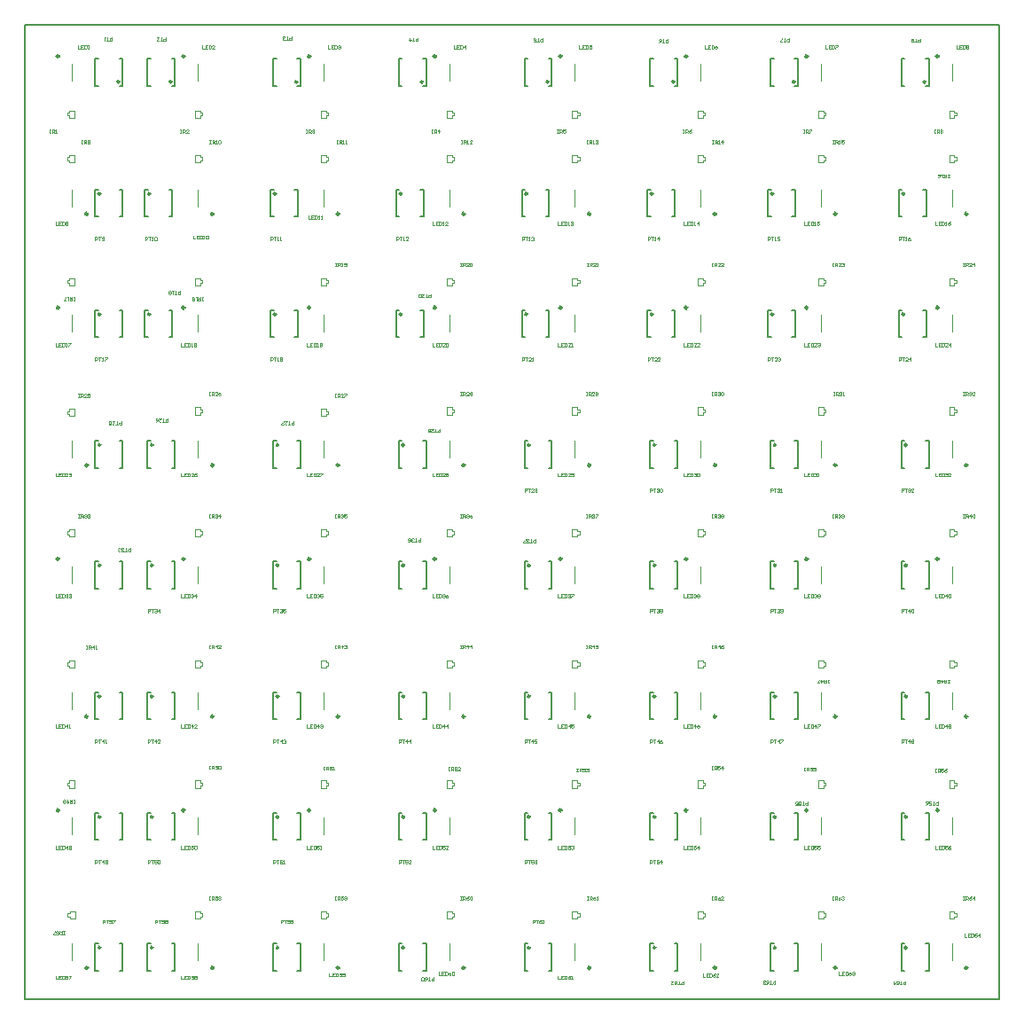
<source format=gto>
G04 Layer_Color=65535*
%FSLAX25Y25*%
%MOIN*%
G70*
G01*
G75*
%ADD13C,0.01000*%
%ADD15C,0.00500*%
%ADD32C,0.00984*%
%ADD33C,0.00248*%
D13*
X331496Y19291D02*
G03*
X331496Y19291I-394J0D01*
G01*
X282283D02*
G03*
X282283Y19291I-394J0D01*
G01*
X237008Y19291D02*
G03*
X237008Y19291I-394J0D01*
G01*
X189764Y19291D02*
G03*
X189764Y19291I-394J0D01*
G01*
X142520D02*
G03*
X142520Y19291I-394J0D01*
G01*
X95276D02*
G03*
X95276Y19291I-394J0D01*
G01*
X48031D02*
G03*
X48031Y19291I-394J0D01*
G01*
X28346D02*
G03*
X28346Y19291I-394J0D01*
G01*
X331496Y68504D02*
G03*
X331496Y68504I-394J0D01*
G01*
X282283D02*
G03*
X282283Y68504I-394J0D01*
G01*
X237008Y68504D02*
G03*
X237008Y68504I-394J0D01*
G01*
X189764Y68504D02*
G03*
X189764Y68504I-394J0D01*
G01*
X142520D02*
G03*
X142520Y68504I-394J0D01*
G01*
X95276D02*
G03*
X95276Y68504I-394J0D01*
G01*
X48031D02*
G03*
X48031Y68504I-394J0D01*
G01*
X28346D02*
G03*
X28346Y68504I-394J0D01*
G01*
X331496Y113779D02*
G03*
X331496Y113779I-394J0D01*
G01*
X282283D02*
G03*
X282283Y113779I-394J0D01*
G01*
X237008Y113779D02*
G03*
X237008Y113779I-394J0D01*
G01*
X189764Y113779D02*
G03*
X189764Y113779I-394J0D01*
G01*
X142520D02*
G03*
X142520Y113779I-394J0D01*
G01*
X95276D02*
G03*
X95276Y113779I-394J0D01*
G01*
X48031D02*
G03*
X48031Y113779I-394J0D01*
G01*
X28346D02*
G03*
X28346Y113779I-394J0D01*
G01*
X331496Y162992D02*
G03*
X331496Y162992I-394J0D01*
G01*
X282283D02*
G03*
X282283Y162992I-394J0D01*
G01*
X237008Y162992D02*
G03*
X237008Y162992I-394J0D01*
G01*
X189764Y162992D02*
G03*
X189764Y162992I-394J0D01*
G01*
X142520D02*
G03*
X142520Y162992I-394J0D01*
G01*
X95276D02*
G03*
X95276Y162992I-394J0D01*
G01*
X48031D02*
G03*
X48031Y162992I-394J0D01*
G01*
X28346D02*
G03*
X28346Y162992I-394J0D01*
G01*
X331496Y208268D02*
G03*
X331496Y208268I-394J0D01*
G01*
X282283D02*
G03*
X282283Y208268I-394J0D01*
G01*
X237008Y208268D02*
G03*
X237008Y208268I-394J0D01*
G01*
X189764Y208268D02*
G03*
X189764Y208268I-394J0D01*
G01*
X142520D02*
G03*
X142520Y208268I-394J0D01*
G01*
X95276D02*
G03*
X95276Y208268I-394J0D01*
G01*
X48031D02*
G03*
X48031Y208268I-394J0D01*
G01*
X28346D02*
G03*
X28346Y208268I-394J0D01*
G01*
X330512Y257480D02*
G03*
X330512Y257480I-394J0D01*
G01*
X281299D02*
G03*
X281299Y257480I-394J0D01*
G01*
X236024Y257480D02*
G03*
X236024Y257480I-394J0D01*
G01*
X188779Y257480D02*
G03*
X188779Y257480I-394J0D01*
G01*
X141535D02*
G03*
X141535Y257480I-394J0D01*
G01*
X94291D02*
G03*
X94291Y257480I-394J0D01*
G01*
X47047D02*
G03*
X47047Y257480I-394J0D01*
G01*
X28346D02*
G03*
X28346Y257480I-394J0D01*
G01*
X330512Y302756D02*
G03*
X330512Y302756I-394J0D01*
G01*
X281299D02*
G03*
X281299Y302756I-394J0D01*
G01*
X236024Y302756D02*
G03*
X236024Y302756I-394J0D01*
G01*
X188779Y302756D02*
G03*
X188779Y302756I-394J0D01*
G01*
X141535D02*
G03*
X141535Y302756I-394J0D01*
G01*
X94291D02*
G03*
X94291Y302756I-394J0D01*
G01*
X47047D02*
G03*
X47047Y302756I-394J0D01*
G01*
X28346D02*
G03*
X28346Y302756I-394J0D01*
G01*
X338583Y344882D02*
G03*
X338583Y344882I-394J0D01*
G01*
X289370D02*
G03*
X289370Y344882I-394J0D01*
G01*
X244094Y344882D02*
G03*
X244094Y344882I-394J0D01*
G01*
X196850Y344882D02*
G03*
X196850Y344882I-394J0D01*
G01*
X149606D02*
G03*
X149606Y344882I-394J0D01*
G01*
X102362D02*
G03*
X102362Y344882I-394J0D01*
G01*
X55118D02*
G03*
X55118Y344882I-394J0D01*
G01*
X35433D02*
G03*
X35433Y344882I-394J0D01*
G01*
D15*
X329528Y10630D02*
X330709D01*
X329528D02*
Y20866D01*
X330709D01*
X338583D02*
X339764D01*
X338583Y10630D02*
X339764D01*
Y20866D01*
X280315Y10630D02*
X281496D01*
X280315D02*
Y20866D01*
X281496D01*
X289370D02*
X290551D01*
X289370Y10630D02*
X290551D01*
Y20866D01*
X235039Y10630D02*
X236221D01*
X235039D02*
Y20866D01*
X236221D01*
X244094D02*
X245276D01*
X244094Y10630D02*
X245276D01*
Y20866D01*
X187795Y10630D02*
X188976D01*
X187795D02*
Y20866D01*
X188976D01*
X196850D02*
X198031D01*
X196850Y10630D02*
X198031D01*
Y20866D01*
X140551Y10630D02*
X141732D01*
X140551D02*
Y20866D01*
X141732D01*
X149606D02*
X150787D01*
X149606Y10630D02*
X150787D01*
Y20866D01*
X93307Y10630D02*
X94488D01*
X93307D02*
Y20866D01*
X94488D01*
X102362D02*
X103543D01*
X102362Y10630D02*
X103543D01*
Y20866D01*
X46063Y10630D02*
X47244D01*
X46063D02*
Y20866D01*
X47244D01*
X55118D02*
X56299D01*
X55118Y10630D02*
X56299D01*
Y20866D01*
X26378Y10630D02*
X27559D01*
X26378D02*
Y20866D01*
X27559D01*
X35433D02*
X36614D01*
X35433Y10630D02*
X36614D01*
Y20866D01*
X329528Y59842D02*
X330709D01*
X329528D02*
Y70079D01*
X330709D01*
X338583D02*
X339764D01*
X338583Y59842D02*
X339764D01*
Y70079D01*
X280315Y59842D02*
X281496D01*
X280315D02*
Y70079D01*
X281496D01*
X289370D02*
X290551D01*
X289370Y59842D02*
X290551D01*
Y70079D01*
X235039Y59842D02*
X236221D01*
X235039D02*
Y70079D01*
X236221D01*
X244094D02*
X245276D01*
X244094Y59842D02*
X245276D01*
Y70079D01*
X187795Y59842D02*
X188976D01*
X187795D02*
Y70079D01*
X188976D01*
X196850D02*
X198031D01*
X196850Y59842D02*
X198031D01*
Y70079D01*
X140551Y59842D02*
X141732D01*
X140551D02*
Y70079D01*
X141732D01*
X149606D02*
X150787D01*
X149606Y59842D02*
X150787D01*
Y70079D01*
X93307Y59842D02*
X94488D01*
X93307D02*
Y70079D01*
X94488D01*
X102362D02*
X103543D01*
X102362Y59842D02*
X103543D01*
Y70079D01*
X46063Y59842D02*
X47244D01*
X46063D02*
Y70079D01*
X47244D01*
X55118D02*
X56299D01*
X55118Y59842D02*
X56299D01*
Y70079D01*
X26378Y59842D02*
X27559D01*
X26378D02*
Y70079D01*
X27559D01*
X35433D02*
X36614D01*
X35433Y59842D02*
X36614D01*
Y70079D01*
X329528Y105118D02*
X330709D01*
X329528D02*
Y115354D01*
X330709D01*
X338583D02*
X339764D01*
X338583Y105118D02*
X339764D01*
Y115354D01*
X280315Y105118D02*
X281496D01*
X280315D02*
Y115354D01*
X281496D01*
X289370D02*
X290551D01*
X289370Y105118D02*
X290551D01*
Y115354D01*
X235039Y105118D02*
X236221D01*
X235039D02*
Y115354D01*
X236221D01*
X244094D02*
X245276D01*
X244094Y105118D02*
X245276D01*
Y115354D01*
X187795Y105118D02*
X188976D01*
X187795D02*
Y115354D01*
X188976D01*
X196850D02*
X198031D01*
X196850Y105118D02*
X198031D01*
Y115354D01*
X140551Y105118D02*
X141732D01*
X140551D02*
Y115354D01*
X141732D01*
X149606D02*
X150787D01*
X149606Y105118D02*
X150787D01*
Y115354D01*
X93307Y105118D02*
X94488D01*
X93307D02*
Y115354D01*
X94488D01*
X102362D02*
X103543D01*
X102362Y105118D02*
X103543D01*
Y115354D01*
X46063Y105118D02*
X47244D01*
X46063D02*
Y115354D01*
X47244D01*
X55118D02*
X56299D01*
X55118Y105118D02*
X56299D01*
Y115354D01*
X26378Y105118D02*
X27559D01*
X26378D02*
Y115354D01*
X27559D01*
X35433D02*
X36614D01*
X35433Y105118D02*
X36614D01*
Y115354D01*
X329528Y154331D02*
X330709D01*
X329528D02*
Y164567D01*
X330709D01*
X338583D02*
X339764D01*
X338583Y154331D02*
X339764D01*
Y164567D01*
X280315Y154331D02*
X281496D01*
X280315D02*
Y164567D01*
X281496D01*
X289370D02*
X290551D01*
X289370Y154331D02*
X290551D01*
Y164567D01*
X235039Y154331D02*
X236221D01*
X235039D02*
Y164567D01*
X236221D01*
X244094D02*
X245276D01*
X244094Y154331D02*
X245276D01*
Y164567D01*
X187795Y154331D02*
X188976D01*
X187795D02*
Y164567D01*
X188976D01*
X196850D02*
X198031D01*
X196850Y154331D02*
X198031D01*
Y164567D01*
X140551Y154331D02*
X141732D01*
X140551D02*
Y164567D01*
X141732D01*
X149606D02*
X150787D01*
X149606Y154331D02*
X150787D01*
Y164567D01*
X93307Y154331D02*
X94488D01*
X93307D02*
Y164567D01*
X94488D01*
X102362D02*
X103543D01*
X102362Y154331D02*
X103543D01*
Y164567D01*
X46063Y154331D02*
X47244D01*
X46063D02*
Y164567D01*
X47244D01*
X55118D02*
X56299D01*
X55118Y154331D02*
X56299D01*
Y164567D01*
X26378Y154331D02*
X27559D01*
X26378D02*
Y164567D01*
X27559D01*
X35433D02*
X36614D01*
X35433Y154331D02*
X36614D01*
Y164567D01*
X329528Y199606D02*
X330709D01*
X329528D02*
Y209842D01*
X330709D01*
X338583D02*
X339764D01*
X338583Y199606D02*
X339764D01*
Y209842D01*
X280315Y199606D02*
X281496D01*
X280315D02*
Y209842D01*
X281496D01*
X289370D02*
X290551D01*
X289370Y199606D02*
X290551D01*
Y209842D01*
X235039Y199606D02*
X236221D01*
X235039D02*
Y209842D01*
X236221D01*
X244094D02*
X245276D01*
X244094Y199606D02*
X245276D01*
Y209842D01*
X187795Y199606D02*
X188976D01*
X187795D02*
Y209842D01*
X188976D01*
X196850D02*
X198031D01*
X196850Y199606D02*
X198031D01*
Y209842D01*
X140551Y199606D02*
X141732D01*
X140551D02*
Y209842D01*
X141732D01*
X149606D02*
X150787D01*
X149606Y199606D02*
X150787D01*
Y209842D01*
X93307Y199606D02*
X94488D01*
X93307D02*
Y209842D01*
X94488D01*
X102362D02*
X103543D01*
X102362Y199606D02*
X103543D01*
Y209842D01*
X46063Y199606D02*
X47244D01*
X46063D02*
Y209842D01*
X47244D01*
X55118D02*
X56299D01*
X55118Y199606D02*
X56299D01*
Y209842D01*
X26378Y199606D02*
X27559D01*
X26378D02*
Y209842D01*
X27559D01*
X35433D02*
X36614D01*
X35433Y199606D02*
X36614D01*
Y209842D01*
X328543Y248819D02*
X329724D01*
X328543D02*
Y259055D01*
X329724D01*
X337598D02*
X338779D01*
X337598Y248819D02*
X338779D01*
Y259055D01*
X279331Y248819D02*
X280512D01*
X279331D02*
Y259055D01*
X280512D01*
X288386D02*
X289567D01*
X288386Y248819D02*
X289567D01*
Y259055D01*
X234055Y248819D02*
X235236D01*
X234055D02*
Y259055D01*
X235236D01*
X243110D02*
X244291D01*
X243110Y248819D02*
X244291D01*
Y259055D01*
X186811Y248819D02*
X187992D01*
X186811D02*
Y259055D01*
X187992D01*
X195866D02*
X197047D01*
X195866Y248819D02*
X197047D01*
Y259055D01*
X139567Y248819D02*
X140748D01*
X139567D02*
Y259055D01*
X140748D01*
X148622D02*
X149803D01*
X148622Y248819D02*
X149803D01*
Y259055D01*
X92323Y248819D02*
X93504D01*
X92323D02*
Y259055D01*
X93504D01*
X101378D02*
X102559D01*
X101378Y248819D02*
X102559D01*
Y259055D01*
X45079Y248819D02*
X46260D01*
X45079D02*
Y259055D01*
X46260D01*
X54134D02*
X55315D01*
X54134Y248819D02*
X55315D01*
Y259055D01*
X26378Y248819D02*
X27559D01*
X26378D02*
Y259055D01*
X27559D01*
X35433D02*
X36614D01*
X35433Y248819D02*
X36614D01*
Y259055D01*
X328543Y294094D02*
X329724D01*
X328543D02*
Y304331D01*
X329724D01*
X337598D02*
X338779D01*
X337598Y294094D02*
X338779D01*
Y304331D01*
X279331Y294094D02*
X280512D01*
X279331D02*
Y304331D01*
X280512D01*
X288386D02*
X289567D01*
X288386Y294094D02*
X289567D01*
Y304331D01*
X234055Y294094D02*
X235236D01*
X234055D02*
Y304331D01*
X235236D01*
X243110D02*
X244291D01*
X243110Y294094D02*
X244291D01*
Y304331D01*
X186811Y294094D02*
X187992D01*
X186811D02*
Y304331D01*
X187992D01*
X195866D02*
X197047D01*
X195866Y294094D02*
X197047D01*
Y304331D01*
X139567Y294094D02*
X140748D01*
X139567D02*
Y304331D01*
X140748D01*
X148622D02*
X149803D01*
X148622Y294094D02*
X149803D01*
Y304331D01*
X92323Y294094D02*
X93504D01*
X92323D02*
Y304331D01*
X93504D01*
X101378D02*
X102559D01*
X101378Y294094D02*
X102559D01*
Y304331D01*
X45079Y294094D02*
X46260D01*
X45079D02*
Y304331D01*
X46260D01*
X54134D02*
X55315D01*
X54134Y294094D02*
X55315D01*
Y304331D01*
X26378Y294094D02*
X27559D01*
X26378D02*
Y304331D01*
X27559D01*
X35433D02*
X36614D01*
X35433Y294094D02*
X36614D01*
Y304331D01*
X338583Y353543D02*
X339764D01*
Y343307D02*
Y353543D01*
X338583Y343307D02*
X339764D01*
X329528D02*
X330709D01*
X329528Y353543D02*
X330709D01*
X329528Y343307D02*
Y353543D01*
X289370D02*
X290551D01*
Y343307D02*
Y353543D01*
X289370Y343307D02*
X290551D01*
X280315D02*
X281496D01*
X280315Y353543D02*
X281496D01*
X280315Y343307D02*
Y353543D01*
X244094Y353543D02*
X245276D01*
Y343307D02*
Y353543D01*
X244094Y343307D02*
X245276D01*
X235039D02*
X236221D01*
X235039Y353543D02*
X236221D01*
X235039Y343307D02*
Y353543D01*
X196850Y353543D02*
X198031D01*
Y343307D02*
Y353543D01*
X196850Y343307D02*
X198031D01*
X187795D02*
X188976D01*
X187795Y353543D02*
X188976D01*
X187795Y343307D02*
Y353543D01*
X149606D02*
X150787D01*
Y343307D02*
Y353543D01*
X149606Y343307D02*
X150787D01*
X140551D02*
X141732D01*
X140551Y353543D02*
X141732D01*
X140551Y343307D02*
Y353543D01*
X102362D02*
X103543D01*
Y343307D02*
Y353543D01*
X102362Y343307D02*
X103543D01*
X93307D02*
X94488D01*
X93307Y353543D02*
X94488D01*
X93307Y343307D02*
Y353543D01*
X55118D02*
X56299D01*
Y343307D02*
Y353543D01*
X55118Y343307D02*
X56299D01*
X46063D02*
X47244D01*
X46063Y353543D02*
X47244D01*
X46063Y343307D02*
Y353543D01*
X35433D02*
X36614D01*
Y343307D02*
Y353543D01*
X35433Y343307D02*
X36614D01*
X26378D02*
X27559D01*
X26378Y353543D02*
X27559D01*
X26378Y343307D02*
Y353543D01*
X0Y0D02*
X366142D01*
Y366142D01*
X0D02*
X366142D01*
X0Y0D02*
Y366142D01*
D32*
X354331Y11713D02*
G03*
X354331Y11713I-492J0D01*
G01*
X305118D02*
G03*
X305118Y11713I-492J0D01*
G01*
X259842Y11713D02*
G03*
X259842Y11713I-492J0D01*
G01*
X212598Y11713D02*
G03*
X212598Y11713I-492J0D01*
G01*
X165354D02*
G03*
X165354Y11713I-492J0D01*
G01*
X118110D02*
G03*
X118110Y11713I-492J0D01*
G01*
X70866D02*
G03*
X70866Y11713I-492J0D01*
G01*
X23622D02*
G03*
X23622Y11713I-492J0D01*
G01*
X343504Y70965D02*
G03*
X343504Y70965I-492J0D01*
G01*
X294291D02*
G03*
X294291Y70965I-492J0D01*
G01*
X249016Y70965D02*
G03*
X249016Y70965I-492J0D01*
G01*
X201771Y70965D02*
G03*
X201771Y70965I-492J0D01*
G01*
X154527D02*
G03*
X154527Y70965I-492J0D01*
G01*
X107283D02*
G03*
X107283Y70965I-492J0D01*
G01*
X60039D02*
G03*
X60039Y70965I-492J0D01*
G01*
X12795D02*
G03*
X12795Y70965I-492J0D01*
G01*
X354331Y106201D02*
G03*
X354331Y106201I-492J0D01*
G01*
X305118D02*
G03*
X305118Y106201I-492J0D01*
G01*
X259842Y106201D02*
G03*
X259842Y106201I-492J0D01*
G01*
X212598Y106201D02*
G03*
X212598Y106201I-492J0D01*
G01*
X165354D02*
G03*
X165354Y106201I-492J0D01*
G01*
X118110D02*
G03*
X118110Y106201I-492J0D01*
G01*
X70866D02*
G03*
X70866Y106201I-492J0D01*
G01*
X23622D02*
G03*
X23622Y106201I-492J0D01*
G01*
X343504Y165453D02*
G03*
X343504Y165453I-492J0D01*
G01*
X294291D02*
G03*
X294291Y165453I-492J0D01*
G01*
X249016Y165453D02*
G03*
X249016Y165453I-492J0D01*
G01*
X201771Y165453D02*
G03*
X201771Y165453I-492J0D01*
G01*
X154527D02*
G03*
X154527Y165453I-492J0D01*
G01*
X107283D02*
G03*
X107283Y165453I-492J0D01*
G01*
X60039D02*
G03*
X60039Y165453I-492J0D01*
G01*
X12795D02*
G03*
X12795Y165453I-492J0D01*
G01*
X354331Y200689D02*
G03*
X354331Y200689I-492J0D01*
G01*
X305118D02*
G03*
X305118Y200689I-492J0D01*
G01*
X259842Y200689D02*
G03*
X259842Y200689I-492J0D01*
G01*
X212598Y200689D02*
G03*
X212598Y200689I-492J0D01*
G01*
X165354D02*
G03*
X165354Y200689I-492J0D01*
G01*
X118110D02*
G03*
X118110Y200689I-492J0D01*
G01*
X70866D02*
G03*
X70866Y200689I-492J0D01*
G01*
X23622D02*
G03*
X23622Y200689I-492J0D01*
G01*
X343504Y259941D02*
G03*
X343504Y259941I-492J0D01*
G01*
X294291D02*
G03*
X294291Y259941I-492J0D01*
G01*
X249016Y259941D02*
G03*
X249016Y259941I-492J0D01*
G01*
X201771Y259941D02*
G03*
X201771Y259941I-492J0D01*
G01*
X154527D02*
G03*
X154527Y259941I-492J0D01*
G01*
X107283D02*
G03*
X107283Y259941I-492J0D01*
G01*
X60039D02*
G03*
X60039Y259941I-492J0D01*
G01*
X12795D02*
G03*
X12795Y259941I-492J0D01*
G01*
X354331Y295177D02*
G03*
X354331Y295177I-492J0D01*
G01*
X305118D02*
G03*
X305118Y295177I-492J0D01*
G01*
X259842Y295177D02*
G03*
X259842Y295177I-492J0D01*
G01*
X212598Y295177D02*
G03*
X212598Y295177I-492J0D01*
G01*
X165354D02*
G03*
X165354Y295177I-492J0D01*
G01*
X118110D02*
G03*
X118110Y295177I-492J0D01*
G01*
X70866D02*
G03*
X70866Y295177I-492J0D01*
G01*
X23622D02*
G03*
X23622Y295177I-492J0D01*
G01*
X343504Y354429D02*
G03*
X343504Y354429I-492J0D01*
G01*
X294291D02*
G03*
X294291Y354429I-492J0D01*
G01*
X249016D02*
G03*
X249016Y354429I-492J0D01*
G01*
X201771D02*
G03*
X201771Y354429I-492J0D01*
G01*
X154527D02*
G03*
X154527Y354429I-492J0D01*
G01*
X107283D02*
G03*
X107283Y354429I-492J0D01*
G01*
X60039D02*
G03*
X60039Y354429I-492J0D01*
G01*
X12795D02*
G03*
X12795Y354429I-492J0D01*
G01*
D33*
X348425Y14469D02*
Y20866D01*
X299213Y14469D02*
Y20866D01*
X253937Y14469D02*
Y20866D01*
X206693Y14469D02*
Y20866D01*
X159449Y14469D02*
Y20866D01*
X112205Y14469D02*
Y20866D01*
X64961Y14469D02*
Y20866D01*
X17717Y14469D02*
Y20866D01*
X348425Y61811D02*
Y68209D01*
X299213Y61811D02*
Y68209D01*
X253937Y61811D02*
Y68209D01*
X206693Y61811D02*
Y68209D01*
X159449Y61811D02*
Y68209D01*
X112205Y61811D02*
Y68209D01*
X64961Y61811D02*
Y68209D01*
X17717Y61811D02*
Y68209D01*
X348425Y108957D02*
Y115354D01*
X299213Y108957D02*
Y115354D01*
X253937Y108957D02*
Y115354D01*
X206693Y108957D02*
Y115354D01*
X159449Y108957D02*
Y115354D01*
X112205Y108957D02*
Y115354D01*
X64961Y108957D02*
Y115354D01*
X17717Y108957D02*
Y115354D01*
X348425Y156299D02*
Y162697D01*
X299213Y156299D02*
Y162697D01*
X253937Y156299D02*
Y162697D01*
X206693Y156299D02*
Y162697D01*
X159449Y156299D02*
Y162697D01*
X112205Y156299D02*
Y162697D01*
X64961Y156299D02*
Y162697D01*
X17717Y156299D02*
Y162697D01*
X348425Y203445D02*
Y209842D01*
X299213Y203445D02*
Y209842D01*
X253937Y203445D02*
Y209842D01*
X206693Y203445D02*
Y209842D01*
X159449Y203445D02*
Y209842D01*
X112205Y203445D02*
Y209842D01*
X64961Y203445D02*
Y209842D01*
X17717Y203445D02*
Y209842D01*
X348425Y250787D02*
Y257185D01*
X299213Y250787D02*
Y257185D01*
X253937Y250787D02*
Y257185D01*
X206693Y250787D02*
Y257185D01*
X159449Y250787D02*
Y257185D01*
X112205Y250787D02*
Y257185D01*
X64961Y250787D02*
Y257185D01*
X17717Y250787D02*
Y257185D01*
X348425Y297933D02*
Y304331D01*
X299213Y297933D02*
Y304331D01*
X253937Y297933D02*
Y304331D01*
X206693Y297933D02*
Y304331D01*
X159449Y297933D02*
Y304331D01*
X112205Y297933D02*
Y304331D01*
X64961Y297933D02*
Y304331D01*
X17717Y297933D02*
Y304331D01*
X348425Y345276D02*
Y351673D01*
X299213Y345276D02*
Y351673D01*
X253937Y345276D02*
Y351673D01*
X206693Y345276D02*
Y351673D01*
X159449Y345276D02*
Y351673D01*
X112205Y345276D02*
Y351673D01*
X64961Y345276D02*
Y351673D01*
X17717Y345276D02*
Y351673D01*
X347441Y30118D02*
Y32874D01*
Y30118D02*
X349410D01*
Y30906D01*
X350197D01*
Y32087D01*
X349410D02*
X350197D01*
X349410D02*
Y32874D01*
X347441D02*
X349410D01*
X298228Y30118D02*
Y32874D01*
Y30118D02*
X300197D01*
Y30906D01*
X300984D01*
Y32087D01*
X300197D02*
X300984D01*
X300197D02*
Y32874D01*
X298228D02*
X300197D01*
X252953Y30118D02*
Y32874D01*
Y30118D02*
X254921D01*
Y30906D01*
X255709D01*
Y32087D01*
X254921D02*
X255709D01*
X254921D02*
Y32874D01*
X252953D02*
X254921D01*
X205709Y30118D02*
Y32874D01*
Y30118D02*
X207677D01*
Y30906D01*
X208465D01*
Y32087D01*
X207677D02*
X208465D01*
X207677D02*
Y32874D01*
X205709D02*
X207677D01*
X158465Y30118D02*
Y32874D01*
Y30118D02*
X160433D01*
Y30906D01*
X161221D01*
Y32087D01*
X160433D02*
X161221D01*
X160433D02*
Y32874D01*
X158465D02*
X160433D01*
X111221Y30118D02*
Y32874D01*
Y30118D02*
X113189D01*
Y30906D01*
X113976D01*
Y32087D01*
X113189D02*
X113976D01*
X113189D02*
Y32874D01*
X111221D02*
X113189D01*
X63976Y30118D02*
Y32874D01*
Y30118D02*
X65945D01*
Y30906D01*
X66732D01*
Y32087D01*
X65945D02*
X66732D01*
X65945D02*
Y32874D01*
X63976D02*
X65945D01*
X18764Y30118D02*
Y32874D01*
X16795D02*
X18764D01*
X16795Y32087D02*
Y32874D01*
X16008Y32087D02*
X16795D01*
X16008Y30906D02*
Y32087D01*
Y30906D02*
X16795D01*
Y30118D02*
Y30906D01*
Y30118D02*
X18764D01*
X347441Y79331D02*
Y82087D01*
Y79331D02*
X349410D01*
Y80118D01*
X350197D01*
Y81299D01*
X349410D02*
X350197D01*
X349410D02*
Y82087D01*
X347441D02*
X349410D01*
X298228Y79331D02*
Y82087D01*
Y79331D02*
X300197D01*
Y80118D01*
X300984D01*
Y81299D01*
X300197D02*
X300984D01*
X300197D02*
Y82087D01*
X298228D02*
X300197D01*
X252953Y79331D02*
Y82087D01*
Y79331D02*
X254921D01*
Y80118D01*
X255709D01*
Y81299D01*
X254921D02*
X255709D01*
X254921D02*
Y82087D01*
X252953D02*
X254921D01*
X205709Y79331D02*
Y82087D01*
Y79331D02*
X207677D01*
Y80118D01*
X208465D01*
Y81299D01*
X207677D02*
X208465D01*
X207677D02*
Y82087D01*
X205709D02*
X207677D01*
X158465Y79331D02*
Y82087D01*
Y79331D02*
X160433D01*
Y80118D01*
X161221D01*
Y81299D01*
X160433D02*
X161221D01*
X160433D02*
Y82087D01*
X158465D02*
X160433D01*
X111221Y79331D02*
Y82087D01*
Y79331D02*
X113189D01*
Y80118D01*
X113976D01*
Y81299D01*
X113189D02*
X113976D01*
X113189D02*
Y82087D01*
X111221D02*
X113189D01*
X63976Y79331D02*
Y82087D01*
Y79331D02*
X65945D01*
Y80118D01*
X66732D01*
Y81299D01*
X65945D02*
X66732D01*
X65945D02*
Y82087D01*
X63976D02*
X65945D01*
X18701Y79331D02*
Y82087D01*
X16732D02*
X18701D01*
X16732Y81299D02*
Y82087D01*
X15945Y81299D02*
X16732D01*
X15945Y80118D02*
Y81299D01*
Y80118D02*
X16732D01*
Y79331D02*
Y80118D01*
Y79331D02*
X18701D01*
X347441Y124606D02*
Y127362D01*
Y124606D02*
X349410D01*
Y125394D01*
X350197D01*
Y126575D01*
X349410D02*
X350197D01*
X349410D02*
Y127362D01*
X347441D02*
X349410D01*
X298228Y124606D02*
Y127362D01*
Y124606D02*
X300197D01*
Y125394D01*
X300984D01*
Y126575D01*
X300197D02*
X300984D01*
X300197D02*
Y127362D01*
X298228D02*
X300197D01*
X252953Y124606D02*
Y127362D01*
Y124606D02*
X254921D01*
Y125394D01*
X255709D01*
Y126575D01*
X254921D02*
X255709D01*
X254921D02*
Y127362D01*
X252953D02*
X254921D01*
X205709Y124606D02*
Y127362D01*
Y124606D02*
X207677D01*
Y125394D01*
X208465D01*
Y126575D01*
X207677D02*
X208465D01*
X207677D02*
Y127362D01*
X205709D02*
X207677D01*
X158465Y124606D02*
Y127362D01*
Y124606D02*
X160433D01*
Y125394D01*
X161221D01*
Y126575D01*
X160433D02*
X161221D01*
X160433D02*
Y127362D01*
X158465D02*
X160433D01*
X111221Y124606D02*
Y127362D01*
Y124606D02*
X113189D01*
Y125394D01*
X113976D01*
Y126575D01*
X113189D02*
X113976D01*
X113189D02*
Y127362D01*
X111221D02*
X113189D01*
X63976Y124606D02*
Y127362D01*
Y124606D02*
X65945D01*
Y125394D01*
X66732D01*
Y126575D01*
X65945D02*
X66732D01*
X65945D02*
Y127362D01*
X63976D02*
X65945D01*
X18701Y124606D02*
Y127362D01*
X16732D02*
X18701D01*
X16732Y126575D02*
Y127362D01*
X15945Y126575D02*
X16732D01*
X15945Y125394D02*
Y126575D01*
Y125394D02*
X16732D01*
Y124606D02*
Y125394D01*
Y124606D02*
X18701D01*
X347441Y173819D02*
Y176575D01*
Y173819D02*
X349410D01*
Y174606D01*
X350197D01*
Y175787D01*
X349410D02*
X350197D01*
X349410D02*
Y176575D01*
X347441D02*
X349410D01*
X298228Y173819D02*
Y176575D01*
Y173819D02*
X300197D01*
Y174606D01*
X300984D01*
Y175787D01*
X300197D02*
X300984D01*
X300197D02*
Y176575D01*
X298228D02*
X300197D01*
X252953Y173819D02*
Y176575D01*
Y173819D02*
X254921D01*
Y174606D01*
X255709D01*
Y175787D01*
X254921D02*
X255709D01*
X254921D02*
Y176575D01*
X252953D02*
X254921D01*
X205709Y173819D02*
Y176575D01*
Y173819D02*
X207677D01*
Y174606D01*
X208465D01*
Y175787D01*
X207677D02*
X208465D01*
X207677D02*
Y176575D01*
X205709D02*
X207677D01*
X158465Y173819D02*
Y176575D01*
Y173819D02*
X160433D01*
Y174606D01*
X161221D01*
Y175787D01*
X160433D02*
X161221D01*
X160433D02*
Y176575D01*
X158465D02*
X160433D01*
X111221Y173819D02*
Y176575D01*
Y173819D02*
X113189D01*
Y174606D01*
X113976D01*
Y175787D01*
X113189D02*
X113976D01*
X113189D02*
Y176575D01*
X111221D02*
X113189D01*
X63976Y173819D02*
Y176575D01*
Y173819D02*
X65945D01*
Y174606D01*
X66732D01*
Y175787D01*
X65945D02*
X66732D01*
X65945D02*
Y176575D01*
X63976D02*
X65945D01*
X18701Y173819D02*
Y176575D01*
X16732D02*
X18701D01*
X16732Y175787D02*
Y176575D01*
X15945Y175787D02*
X16732D01*
X15945Y174606D02*
Y175787D01*
Y174606D02*
X16732D01*
Y173819D02*
Y174606D01*
Y173819D02*
X18701D01*
X347441Y219728D02*
Y222484D01*
Y219728D02*
X349410D01*
Y220516D01*
X350197D01*
Y221697D01*
X349410D02*
X350197D01*
X349410D02*
Y222484D01*
X347441D02*
X349410D01*
X298228Y219728D02*
Y222484D01*
Y219728D02*
X300197D01*
Y220516D01*
X300984D01*
Y221697D01*
X300197D02*
X300984D01*
X300197D02*
Y222484D01*
X298228D02*
X300197D01*
X252953Y219728D02*
Y222484D01*
Y219728D02*
X254921D01*
Y220516D01*
X255709D01*
Y221697D01*
X254921D02*
X255709D01*
X254921D02*
Y222484D01*
X252953D02*
X254921D01*
X205709Y219728D02*
Y222484D01*
Y219728D02*
X207677D01*
Y220516D01*
X208465D01*
Y221697D01*
X207677D02*
X208465D01*
X207677D02*
Y222484D01*
X205709D02*
X207677D01*
X158465Y219728D02*
Y222484D01*
Y219728D02*
X160433D01*
Y220516D01*
X161221D01*
Y221697D01*
X160433D02*
X161221D01*
X160433D02*
Y222484D01*
X158465D02*
X160433D01*
X111221Y219094D02*
Y221850D01*
Y219094D02*
X113189D01*
Y219882D01*
X113976D01*
Y221063D01*
X113189D02*
X113976D01*
X113189D02*
Y221850D01*
X111221D02*
X113189D01*
X63976Y219728D02*
Y222484D01*
Y219728D02*
X65945D01*
Y220516D01*
X66732D01*
Y221697D01*
X65945D02*
X66732D01*
X65945D02*
Y222484D01*
X63976D02*
X65945D01*
X18701Y219094D02*
Y221850D01*
X16732D02*
X18701D01*
X16732Y221063D02*
Y221850D01*
X15945Y221063D02*
X16732D01*
X15945Y219882D02*
Y221063D01*
Y219882D02*
X16732D01*
Y219094D02*
Y219882D01*
Y219094D02*
X18701D01*
X347441Y268307D02*
Y271063D01*
Y268307D02*
X349410D01*
Y269094D01*
X350197D01*
Y270276D01*
X349410D02*
X350197D01*
X349410D02*
Y271063D01*
X347441D02*
X349410D01*
X298228Y268307D02*
Y271063D01*
Y268307D02*
X300197D01*
Y269094D01*
X300984D01*
Y270276D01*
X300197D02*
X300984D01*
X300197D02*
Y271063D01*
X298228D02*
X300197D01*
X252953Y268307D02*
Y271063D01*
Y268307D02*
X254921D01*
Y269094D01*
X255709D01*
Y270276D01*
X254921D02*
X255709D01*
X254921D02*
Y271063D01*
X252953D02*
X254921D01*
X205709Y268307D02*
Y271063D01*
Y268307D02*
X207677D01*
Y269094D01*
X208465D01*
Y270276D01*
X207677D02*
X208465D01*
X207677D02*
Y271063D01*
X205709D02*
X207677D01*
X158465Y268307D02*
Y271063D01*
Y268307D02*
X160433D01*
Y269094D01*
X161221D01*
Y270276D01*
X160433D02*
X161221D01*
X160433D02*
Y271063D01*
X158465D02*
X160433D01*
X111221Y268307D02*
Y271063D01*
Y268307D02*
X113189D01*
Y269094D01*
X113976D01*
Y270276D01*
X113189D02*
X113976D01*
X113189D02*
Y271063D01*
X111221D02*
X113189D01*
X63976Y268307D02*
Y271063D01*
Y268307D02*
X65945D01*
Y269094D01*
X66732D01*
Y270276D01*
X65945D02*
X66732D01*
X65945D02*
Y271063D01*
X63976D02*
X65945D01*
X18701Y268307D02*
Y271063D01*
X16732D02*
X18701D01*
X16732Y270276D02*
Y271063D01*
X15945Y270276D02*
X16732D01*
X15945Y269094D02*
Y270276D01*
Y269094D02*
X16732D01*
Y268307D02*
Y269094D01*
Y268307D02*
X18701D01*
X347441Y314567D02*
Y317323D01*
Y314567D02*
X349410D01*
Y315354D01*
X350197D01*
Y316535D01*
X349410D02*
X350197D01*
X349410D02*
Y317323D01*
X347441D02*
X349410D01*
X298228Y314567D02*
Y317323D01*
Y314567D02*
X300197D01*
Y315354D01*
X300984D01*
Y316535D01*
X300197D02*
X300984D01*
X300197D02*
Y317323D01*
X298228D02*
X300197D01*
X252953Y314567D02*
Y317323D01*
Y314567D02*
X254921D01*
Y315354D01*
X255709D01*
Y316535D01*
X254921D02*
X255709D01*
X254921D02*
Y317323D01*
X252953D02*
X254921D01*
X205709Y314567D02*
Y317323D01*
Y314567D02*
X207677D01*
Y315354D01*
X208465D01*
Y316535D01*
X207677D02*
X208465D01*
X207677D02*
Y317323D01*
X205709D02*
X207677D01*
X158465Y314567D02*
Y317323D01*
Y314567D02*
X160433D01*
Y315354D01*
X161221D01*
Y316535D01*
X160433D02*
X161221D01*
X160433D02*
Y317323D01*
X158465D02*
X160433D01*
X111221Y314567D02*
Y317323D01*
Y314567D02*
X113189D01*
Y315354D01*
X113976D01*
Y316535D01*
X113189D02*
X113976D01*
X113189D02*
Y317323D01*
X111221D02*
X113189D01*
X63976Y314567D02*
Y317323D01*
Y314567D02*
X65945D01*
Y315354D01*
X66732D01*
Y316535D01*
X65945D02*
X66732D01*
X65945D02*
Y317323D01*
X63976D02*
X65945D01*
X18701Y314567D02*
Y317323D01*
X16732D02*
X18701D01*
X16732Y316535D02*
Y317323D01*
X15945Y316535D02*
X16732D01*
X15945Y315354D02*
Y316535D01*
Y315354D02*
X16732D01*
Y314567D02*
Y315354D01*
Y314567D02*
X18701D01*
X347441Y331299D02*
Y334055D01*
Y331299D02*
X349410D01*
Y332087D01*
X350197D01*
Y333268D01*
X349410D02*
X350197D01*
X349410D02*
Y334055D01*
X347441D02*
X349410D01*
X298228Y331299D02*
Y334055D01*
Y331299D02*
X300197D01*
Y332087D01*
X300984D01*
Y333268D01*
X300197D02*
X300984D01*
X300197D02*
Y334055D01*
X298228D02*
X300197D01*
X252953Y331299D02*
Y334055D01*
Y331299D02*
X254921D01*
Y332087D01*
X255709D01*
Y333268D01*
X254921D02*
X255709D01*
X254921D02*
Y334055D01*
X252953D02*
X254921D01*
X205709Y331299D02*
Y334055D01*
Y331299D02*
X207677D01*
Y332087D01*
X208465D01*
Y333268D01*
X207677D02*
X208465D01*
X207677D02*
Y334055D01*
X205709D02*
X207677D01*
X158465Y331299D02*
Y334055D01*
Y331299D02*
X160433D01*
Y332087D01*
X161221D01*
Y333268D01*
X160433D02*
X161221D01*
X160433D02*
Y334055D01*
X158465D02*
X160433D01*
X111221Y331299D02*
Y334055D01*
Y331299D02*
X113189D01*
Y332087D01*
X113976D01*
Y333268D01*
X113189D02*
X113976D01*
X113189D02*
Y334055D01*
X111221D02*
X113189D01*
X63976Y331299D02*
Y334055D01*
Y331299D02*
X65945D01*
Y332087D01*
X66732D01*
Y333268D01*
X65945D02*
X66732D01*
X65945D02*
Y334055D01*
X63976D02*
X65945D01*
X18701Y331299D02*
Y334055D01*
X16732D02*
X18701D01*
X16732Y333268D02*
Y334055D01*
X15945Y333268D02*
X16732D01*
X15945Y332087D02*
Y333268D01*
Y332087D02*
X16732D01*
Y331299D02*
Y332087D01*
Y331299D02*
X18701D01*
X329500Y96200D02*
Y97448D01*
X330124D01*
X330332Y97240D01*
Y96824D01*
X330124Y96616D01*
X329500D01*
X330748Y97448D02*
X331579D01*
X331164D01*
Y96200D01*
X332619D02*
Y97448D01*
X331995Y96824D01*
X332827D01*
X333243Y97240D02*
X333451Y97448D01*
X333867D01*
X334075Y97240D01*
Y97032D01*
X333867Y96824D01*
X334075Y96616D01*
Y96408D01*
X333867Y96200D01*
X333451D01*
X333243Y96408D01*
Y96616D01*
X333451Y96824D01*
X333243Y97032D01*
Y97240D01*
X333451Y96824D02*
X333867D01*
X247700Y197748D02*
Y196500D01*
X248532D01*
X249779Y197748D02*
X248948D01*
Y196500D01*
X249779D01*
X248948Y197124D02*
X249363D01*
X250195Y197748D02*
Y196500D01*
X250819D01*
X251027Y196708D01*
Y197540D01*
X250819Y197748D01*
X250195D01*
X251443Y197540D02*
X251651Y197748D01*
X252067D01*
X252275Y197540D01*
Y197332D01*
X252067Y197124D01*
X251859D01*
X252067D01*
X252275Y196916D01*
Y196708D01*
X252067Y196500D01*
X251651D01*
X251443Y196708D01*
X252691Y197540D02*
X252899Y197748D01*
X253314D01*
X253522Y197540D01*
Y196708D01*
X253314Y196500D01*
X252899D01*
X252691Y196708D01*
Y197540D01*
X207400Y86748D02*
X207816D01*
X207608D01*
Y85500D01*
X207400D01*
X207816D01*
X208440D02*
Y86748D01*
X209064D01*
X209271Y86540D01*
Y86124D01*
X209064Y85916D01*
X208440D01*
X208856D02*
X209271Y85500D01*
X210519Y86748D02*
X209687D01*
Y86124D01*
X210103Y86332D01*
X210311D01*
X210519Y86124D01*
Y85708D01*
X210311Y85500D01*
X209895D01*
X209687Y85708D01*
X210935Y86540D02*
X211143Y86748D01*
X211559D01*
X211767Y86540D01*
Y86332D01*
X211559Y86124D01*
X211351D01*
X211559D01*
X211767Y85916D01*
Y85708D01*
X211559Y85500D01*
X211143D01*
X210935Y85708D01*
X153200Y103248D02*
Y102000D01*
X154032D01*
X155279Y103248D02*
X154448D01*
Y102000D01*
X155279D01*
X154448Y102624D02*
X154864D01*
X155695Y103248D02*
Y102000D01*
X156319D01*
X156527Y102208D01*
Y103040D01*
X156319Y103248D01*
X155695D01*
X157567Y102000D02*
Y103248D01*
X156943Y102624D01*
X157775D01*
X158814Y102000D02*
Y103248D01*
X158191Y102624D01*
X159022D01*
X293000Y197748D02*
Y196500D01*
X293832D01*
X295079Y197748D02*
X294248D01*
Y196500D01*
X295079D01*
X294248Y197124D02*
X294664D01*
X295495Y197748D02*
Y196500D01*
X296119D01*
X296327Y196708D01*
Y197540D01*
X296119Y197748D01*
X295495D01*
X296743Y197540D02*
X296951Y197748D01*
X297367D01*
X297575Y197540D01*
Y197332D01*
X297367Y197124D01*
X297159D01*
X297367D01*
X297575Y196916D01*
Y196708D01*
X297367Y196500D01*
X296951D01*
X296743Y196708D01*
X297990Y196500D02*
X298406D01*
X298199D01*
Y197748D01*
X297990Y197540D01*
X303900Y228148D02*
X304316D01*
X304108D01*
Y226900D01*
X303900D01*
X304316D01*
X304940D02*
Y228148D01*
X305563D01*
X305771Y227940D01*
Y227524D01*
X305563Y227316D01*
X304940D01*
X305356D02*
X305771Y226900D01*
X306187Y227940D02*
X306395Y228148D01*
X306811D01*
X307019Y227940D01*
Y227732D01*
X306811Y227524D01*
X306603D01*
X306811D01*
X307019Y227316D01*
Y227108D01*
X306811Y226900D01*
X306395D01*
X306187Y227108D01*
X307435Y226900D02*
X307851D01*
X307643D01*
Y228148D01*
X307435Y227940D01*
X191827Y172898D02*
Y171650D01*
X191203D01*
X190995Y171858D01*
Y172274D01*
X191203Y172482D01*
X191827D01*
X190579Y171650D02*
X189747D01*
X190163D01*
Y172898D01*
X189331Y171858D02*
X189124Y171650D01*
X188708D01*
X188500Y171858D01*
Y172066D01*
X188708Y172274D01*
X188916D01*
X188708D01*
X188500Y172482D01*
Y172690D01*
X188708Y172898D01*
X189124D01*
X189331Y172690D01*
X188084Y171650D02*
X187252D01*
Y171858D01*
X188084Y172690D01*
Y172898D01*
X69200Y228148D02*
X69616D01*
X69408D01*
Y226900D01*
X69200D01*
X69616D01*
X70240D02*
Y228148D01*
X70863D01*
X71071Y227940D01*
Y227524D01*
X70863Y227316D01*
X70240D01*
X70656D02*
X71071Y226900D01*
X72319D02*
X71487D01*
X72319Y227732D01*
Y227940D01*
X72111Y228148D01*
X71695D01*
X71487Y227940D01*
X73567Y228148D02*
X73151Y227940D01*
X72735Y227524D01*
Y227108D01*
X72943Y226900D01*
X73359D01*
X73567Y227108D01*
Y227316D01*
X73359Y227524D01*
X72735D01*
X330991Y6696D02*
Y5448D01*
X330367D01*
X330160Y5656D01*
Y6072D01*
X330367Y6280D01*
X330991D01*
X329744Y5448D02*
X328912D01*
X329328D01*
Y6696D01*
X327664Y5448D02*
X328080Y5656D01*
X328496Y6072D01*
Y6488D01*
X328288Y6696D01*
X327872D01*
X327664Y6488D01*
Y6280D01*
X327872Y6072D01*
X328496D01*
X326625Y6696D02*
Y5448D01*
X327249Y6072D01*
X326417D01*
X282066Y6896D02*
Y5648D01*
X281442D01*
X281234Y5856D01*
Y6272D01*
X281442Y6480D01*
X282066D01*
X280819Y5648D02*
X279987D01*
X280403D01*
Y6896D01*
X278739Y5648D02*
X279155Y5856D01*
X279571Y6272D01*
Y6688D01*
X279363Y6896D01*
X278947D01*
X278739Y6688D01*
Y6480D01*
X278947Y6272D01*
X279571D01*
X278323Y5856D02*
X278115Y5648D01*
X277699D01*
X277491Y5856D01*
Y6064D01*
X277699Y6272D01*
X277907D01*
X277699D01*
X277491Y6480D01*
Y6688D01*
X277699Y6896D01*
X278115D01*
X278323Y6688D01*
X247415Y6696D02*
Y5448D01*
X246791D01*
X246583Y5656D01*
Y6072D01*
X246791Y6280D01*
X247415D01*
X246167Y5448D02*
X245336D01*
X245752D01*
Y6696D01*
X244088Y5448D02*
X244504Y5656D01*
X244920Y6072D01*
Y6488D01*
X244712Y6696D01*
X244296D01*
X244088Y6488D01*
Y6280D01*
X244296Y6072D01*
X244920D01*
X242840Y6696D02*
X243672D01*
X242840Y5864D01*
Y5656D01*
X243048Y5448D01*
X243464D01*
X243672Y5656D01*
X190800Y28500D02*
Y29748D01*
X191424D01*
X191632Y29540D01*
Y29124D01*
X191424Y28916D01*
X190800D01*
X192048Y29748D02*
X192879D01*
X192464D01*
Y28500D01*
X194127Y29748D02*
X193711Y29540D01*
X193295Y29124D01*
Y28708D01*
X193503Y28500D01*
X193919D01*
X194127Y28708D01*
Y28916D01*
X193919Y29124D01*
X193295D01*
X194543Y28500D02*
X194959D01*
X194751D01*
Y29748D01*
X194543Y29540D01*
X153639Y8096D02*
Y6848D01*
X153015D01*
X152807Y7056D01*
Y7472D01*
X153015Y7680D01*
X153639D01*
X152391Y6848D02*
X151559D01*
X151975D01*
Y8096D01*
X150312Y6848D02*
X150727Y7056D01*
X151143Y7472D01*
Y7888D01*
X150935Y8096D01*
X150520D01*
X150312Y7888D01*
Y7680D01*
X150520Y7472D01*
X151143D01*
X149896Y7056D02*
X149688Y6848D01*
X149272D01*
X149064Y7056D01*
Y7888D01*
X149272Y8096D01*
X149688D01*
X149896Y7888D01*
Y7056D01*
X96100Y28500D02*
Y29748D01*
X96724D01*
X96932Y29540D01*
Y29124D01*
X96724Y28916D01*
X96100D01*
X97348Y29748D02*
X98179D01*
X97764D01*
Y28500D01*
X99427Y29748D02*
X98595D01*
Y29124D01*
X99011Y29332D01*
X99219D01*
X99427Y29124D01*
Y28708D01*
X99219Y28500D01*
X98803D01*
X98595Y28708D01*
X99843D02*
X100051Y28500D01*
X100467D01*
X100675Y28708D01*
Y29540D01*
X100467Y29748D01*
X100051D01*
X99843Y29540D01*
Y29332D01*
X100051Y29124D01*
X100675D01*
X48900Y28500D02*
Y29748D01*
X49524D01*
X49732Y29540D01*
Y29124D01*
X49524Y28916D01*
X48900D01*
X50148Y29748D02*
X50979D01*
X50564D01*
Y28500D01*
X52227Y29748D02*
X51395D01*
Y29124D01*
X51811Y29332D01*
X52019D01*
X52227Y29124D01*
Y28708D01*
X52019Y28500D01*
X51603D01*
X51395Y28708D01*
X52643Y29540D02*
X52851Y29748D01*
X53267D01*
X53475Y29540D01*
Y29332D01*
X53267Y29124D01*
X53475Y28916D01*
Y28708D01*
X53267Y28500D01*
X52851D01*
X52643Y28708D01*
Y28916D01*
X52851Y29124D01*
X52643Y29332D01*
Y29540D01*
X52851Y29124D02*
X53267D01*
X29200Y28500D02*
Y29748D01*
X29824D01*
X30032Y29540D01*
Y29124D01*
X29824Y28916D01*
X29200D01*
X30448Y29748D02*
X31279D01*
X30863D01*
Y28500D01*
X32527Y29748D02*
X31695D01*
Y29124D01*
X32111Y29332D01*
X32319D01*
X32527Y29124D01*
Y28708D01*
X32319Y28500D01*
X31903D01*
X31695Y28708D01*
X32943Y29748D02*
X33775D01*
Y29540D01*
X32943Y28708D01*
Y28500D01*
X343191Y74321D02*
Y73074D01*
X342567D01*
X342360Y73282D01*
Y73698D01*
X342567Y73905D01*
X343191D01*
X341944Y73074D02*
X341112D01*
X341528D01*
Y74321D01*
X339864Y73074D02*
X340696D01*
Y73698D01*
X340280Y73489D01*
X340072D01*
X339864Y73698D01*
Y74113D01*
X340072Y74321D01*
X340488D01*
X340696Y74113D01*
X338617Y73074D02*
X339033Y73282D01*
X339448Y73698D01*
Y74113D01*
X339241Y74321D01*
X338825D01*
X338617Y74113D01*
Y73905D01*
X338825Y73698D01*
X339448D01*
X294166Y74121D02*
Y72874D01*
X293542D01*
X293334Y73082D01*
Y73497D01*
X293542Y73705D01*
X294166D01*
X292918Y72874D02*
X292087D01*
X292503D01*
Y74121D01*
X290839Y72874D02*
X291671D01*
Y73497D01*
X291255Y73290D01*
X291047D01*
X290839Y73497D01*
Y73913D01*
X291047Y74121D01*
X291463D01*
X291671Y73913D01*
X289592Y72874D02*
X290423D01*
Y73497D01*
X290007Y73290D01*
X289799D01*
X289592Y73497D01*
Y73913D01*
X289799Y74121D01*
X290215D01*
X290423Y73913D01*
X235000Y50900D02*
Y52148D01*
X235624D01*
X235832Y51940D01*
Y51524D01*
X235624Y51316D01*
X235000D01*
X236248Y52148D02*
X237079D01*
X236664D01*
Y50900D01*
X238327Y52148D02*
X237495D01*
Y51524D01*
X237911Y51732D01*
X238119D01*
X238327Y51524D01*
Y51108D01*
X238119Y50900D01*
X237703D01*
X237495Y51108D01*
X239367Y50900D02*
Y52148D01*
X238743Y51524D01*
X239575D01*
X187800Y50900D02*
Y52148D01*
X188424D01*
X188632Y51940D01*
Y51524D01*
X188424Y51316D01*
X187800D01*
X189048Y52148D02*
X189879D01*
X189463D01*
Y50900D01*
X191127Y52148D02*
X190295D01*
Y51524D01*
X190711Y51732D01*
X190919D01*
X191127Y51524D01*
Y51108D01*
X190919Y50900D01*
X190503D01*
X190295Y51108D01*
X191543Y51940D02*
X191751Y52148D01*
X192167D01*
X192375Y51940D01*
Y51732D01*
X192167Y51524D01*
X191959D01*
X192167D01*
X192375Y51316D01*
Y51108D01*
X192167Y50900D01*
X191751D01*
X191543Y51108D01*
X140500Y50900D02*
Y52148D01*
X141124D01*
X141332Y51940D01*
Y51524D01*
X141124Y51316D01*
X140500D01*
X141748Y52148D02*
X142579D01*
X142164D01*
Y50900D01*
X143827Y52148D02*
X142995D01*
Y51524D01*
X143411Y51732D01*
X143619D01*
X143827Y51524D01*
Y51108D01*
X143619Y50900D01*
X143203D01*
X142995Y51108D01*
X145075Y50900D02*
X144243D01*
X145075Y51732D01*
Y51940D01*
X144867Y52148D01*
X144451D01*
X144243Y51940D01*
X93300Y50900D02*
Y52148D01*
X93924D01*
X94132Y51940D01*
Y51524D01*
X93924Y51316D01*
X93300D01*
X94548Y52148D02*
X95379D01*
X94964D01*
Y50900D01*
X96627Y52148D02*
X95795D01*
Y51524D01*
X96211Y51732D01*
X96419D01*
X96627Y51524D01*
Y51108D01*
X96419Y50900D01*
X96003D01*
X95795Y51108D01*
X97043Y50900D02*
X97459D01*
X97251D01*
Y52148D01*
X97043Y51940D01*
X46100Y50900D02*
Y52148D01*
X46724D01*
X46932Y51940D01*
Y51524D01*
X46724Y51316D01*
X46100D01*
X47348Y52148D02*
X48179D01*
X47763D01*
Y50900D01*
X49427Y52148D02*
X48595D01*
Y51524D01*
X49011Y51732D01*
X49219D01*
X49427Y51524D01*
Y51108D01*
X49219Y50900D01*
X48803D01*
X48595Y51108D01*
X49843Y51940D02*
X50051Y52148D01*
X50467D01*
X50675Y51940D01*
Y51108D01*
X50467Y50900D01*
X50051D01*
X49843Y51108D01*
Y51940D01*
X26400Y50900D02*
Y52148D01*
X27024D01*
X27232Y51940D01*
Y51524D01*
X27024Y51316D01*
X26400D01*
X27648Y52148D02*
X28479D01*
X28063D01*
Y50900D01*
X29519D02*
Y52148D01*
X28895Y51524D01*
X29727D01*
X30143Y51108D02*
X30351Y50900D01*
X30767D01*
X30975Y51108D01*
Y51940D01*
X30767Y52148D01*
X30351D01*
X30143Y51940D01*
Y51732D01*
X30351Y51524D01*
X30975D01*
X280300Y96200D02*
Y97448D01*
X280924D01*
X281132Y97240D01*
Y96824D01*
X280924Y96616D01*
X280300D01*
X281548Y97448D02*
X282379D01*
X281963D01*
Y96200D01*
X283419D02*
Y97448D01*
X282795Y96824D01*
X283627D01*
X284043Y97448D02*
X284875D01*
Y97240D01*
X284043Y96408D01*
Y96200D01*
X235000D02*
Y97448D01*
X235624D01*
X235832Y97240D01*
Y96824D01*
X235624Y96616D01*
X235000D01*
X236248Y97448D02*
X237079D01*
X236664D01*
Y96200D01*
X238119D02*
Y97448D01*
X237495Y96824D01*
X238327D01*
X239575Y97448D02*
X239159Y97240D01*
X238743Y96824D01*
Y96408D01*
X238951Y96200D01*
X239367D01*
X239575Y96408D01*
Y96616D01*
X239367Y96824D01*
X238743D01*
X187800Y96200D02*
Y97448D01*
X188424D01*
X188632Y97240D01*
Y96824D01*
X188424Y96616D01*
X187800D01*
X189048Y97448D02*
X189879D01*
X189463D01*
Y96200D01*
X190919D02*
Y97448D01*
X190295Y96824D01*
X191127D01*
X192375Y97448D02*
X191543D01*
Y96824D01*
X191959Y97032D01*
X192167D01*
X192375Y96824D01*
Y96408D01*
X192167Y96200D01*
X191751D01*
X191543Y96408D01*
X140500Y96200D02*
Y97448D01*
X141124D01*
X141332Y97240D01*
Y96824D01*
X141124Y96616D01*
X140500D01*
X141748Y97448D02*
X142579D01*
X142164D01*
Y96200D01*
X143619D02*
Y97448D01*
X142995Y96824D01*
X143827D01*
X144867Y96200D02*
Y97448D01*
X144243Y96824D01*
X145075D01*
X93300Y96200D02*
Y97448D01*
X93924D01*
X94132Y97240D01*
Y96824D01*
X93924Y96616D01*
X93300D01*
X94548Y97448D02*
X95379D01*
X94964D01*
Y96200D01*
X96419D02*
Y97448D01*
X95795Y96824D01*
X96627D01*
X97043Y97240D02*
X97251Y97448D01*
X97667D01*
X97875Y97240D01*
Y97032D01*
X97667Y96824D01*
X97459D01*
X97667D01*
X97875Y96616D01*
Y96408D01*
X97667Y96200D01*
X97251D01*
X97043Y96408D01*
X46100Y96200D02*
Y97448D01*
X46724D01*
X46932Y97240D01*
Y96824D01*
X46724Y96616D01*
X46100D01*
X47348Y97448D02*
X48179D01*
X47763D01*
Y96200D01*
X49219D02*
Y97448D01*
X48595Y96824D01*
X49427D01*
X50675Y96200D02*
X49843D01*
X50675Y97032D01*
Y97240D01*
X50467Y97448D01*
X50051D01*
X49843Y97240D01*
X26400Y96200D02*
Y97448D01*
X27024D01*
X27232Y97240D01*
Y96824D01*
X27024Y96616D01*
X26400D01*
X27648Y97448D02*
X28479D01*
X28063D01*
Y96200D01*
X29519D02*
Y97448D01*
X28895Y96824D01*
X29727D01*
X30143Y96200D02*
X30559D01*
X30351D01*
Y97448D01*
X30143Y97240D01*
X329500Y145400D02*
Y146648D01*
X330124D01*
X330332Y146440D01*
Y146024D01*
X330124Y145816D01*
X329500D01*
X330748Y146648D02*
X331579D01*
X331164D01*
Y145400D01*
X332619D02*
Y146648D01*
X331995Y146024D01*
X332827D01*
X333243Y146440D02*
X333451Y146648D01*
X333867D01*
X334075Y146440D01*
Y145608D01*
X333867Y145400D01*
X333451D01*
X333243Y145608D01*
Y146440D01*
X280300Y145400D02*
Y146648D01*
X280924D01*
X281132Y146440D01*
Y146024D01*
X280924Y145816D01*
X280300D01*
X281548Y146648D02*
X282379D01*
X281963D01*
Y145400D01*
X282795Y146440D02*
X283003Y146648D01*
X283419D01*
X283627Y146440D01*
Y146232D01*
X283419Y146024D01*
X283211D01*
X283419D01*
X283627Y145816D01*
Y145608D01*
X283419Y145400D01*
X283003D01*
X282795Y145608D01*
X284043D02*
X284251Y145400D01*
X284667D01*
X284875Y145608D01*
Y146440D01*
X284667Y146648D01*
X284251D01*
X284043Y146440D01*
Y146232D01*
X284251Y146024D01*
X284875D01*
X235000Y145400D02*
Y146648D01*
X235624D01*
X235832Y146440D01*
Y146024D01*
X235624Y145816D01*
X235000D01*
X236248Y146648D02*
X237079D01*
X236664D01*
Y145400D01*
X237495Y146440D02*
X237703Y146648D01*
X238119D01*
X238327Y146440D01*
Y146232D01*
X238119Y146024D01*
X237911D01*
X238119D01*
X238327Y145816D01*
Y145608D01*
X238119Y145400D01*
X237703D01*
X237495Y145608D01*
X238743Y146440D02*
X238951Y146648D01*
X239367D01*
X239575Y146440D01*
Y146232D01*
X239367Y146024D01*
X239575Y145816D01*
Y145608D01*
X239367Y145400D01*
X238951D01*
X238743Y145608D01*
Y145816D01*
X238951Y146024D01*
X238743Y146232D01*
Y146440D01*
X238951Y146024D02*
X239367D01*
X148639Y173098D02*
Y171850D01*
X148015D01*
X147807Y172058D01*
Y172474D01*
X148015Y172682D01*
X148639D01*
X147391Y171850D02*
X146559D01*
X146975D01*
Y173098D01*
X146143Y172058D02*
X145935Y171850D01*
X145519D01*
X145312Y172058D01*
Y172266D01*
X145519Y172474D01*
X145728D01*
X145519D01*
X145312Y172682D01*
Y172890D01*
X145519Y173098D01*
X145935D01*
X146143Y172890D01*
X144064Y171850D02*
X144480Y172058D01*
X144896Y172474D01*
Y172890D01*
X144688Y173098D01*
X144272D01*
X144064Y172890D01*
Y172682D01*
X144272Y172474D01*
X144896D01*
X93300Y145400D02*
Y146648D01*
X93924D01*
X94132Y146440D01*
Y146024D01*
X93924Y145816D01*
X93300D01*
X94548Y146648D02*
X95379D01*
X94964D01*
Y145400D01*
X95795Y146440D02*
X96003Y146648D01*
X96419D01*
X96627Y146440D01*
Y146232D01*
X96419Y146024D01*
X96211D01*
X96419D01*
X96627Y145816D01*
Y145608D01*
X96419Y145400D01*
X96003D01*
X95795Y145608D01*
X97875Y146648D02*
X97043D01*
Y146024D01*
X97459Y146232D01*
X97667D01*
X97875Y146024D01*
Y145608D01*
X97667Y145400D01*
X97251D01*
X97043Y145608D01*
X46100Y145400D02*
Y146648D01*
X46724D01*
X46932Y146440D01*
Y146024D01*
X46724Y145816D01*
X46100D01*
X47348Y146648D02*
X48179D01*
X47763D01*
Y145400D01*
X48595Y146440D02*
X48803Y146648D01*
X49219D01*
X49427Y146440D01*
Y146232D01*
X49219Y146024D01*
X49011D01*
X49219D01*
X49427Y145816D01*
Y145608D01*
X49219Y145400D01*
X48803D01*
X48595Y145608D01*
X50467Y145400D02*
Y146648D01*
X49843Y146024D01*
X50675D01*
X39492Y169498D02*
Y168250D01*
X38868D01*
X38660Y168458D01*
Y168874D01*
X38868Y169082D01*
X39492D01*
X38245Y168250D02*
X37413D01*
X37829D01*
Y169498D01*
X36997Y168458D02*
X36789Y168250D01*
X36373D01*
X36165Y168458D01*
Y168666D01*
X36373Y168874D01*
X36581D01*
X36373D01*
X36165Y169082D01*
Y169290D01*
X36373Y169498D01*
X36789D01*
X36997Y169290D01*
X35749Y168458D02*
X35541Y168250D01*
X35125D01*
X34918Y168458D01*
Y168666D01*
X35125Y168874D01*
X35333D01*
X35125D01*
X34918Y169082D01*
Y169290D01*
X35125Y169498D01*
X35541D01*
X35749Y169290D01*
X329500Y190700D02*
Y191948D01*
X330124D01*
X330332Y191740D01*
Y191324D01*
X330124Y191116D01*
X329500D01*
X330748Y191948D02*
X331579D01*
X331164D01*
Y190700D01*
X331995Y191740D02*
X332203Y191948D01*
X332619D01*
X332827Y191740D01*
Y191532D01*
X332619Y191324D01*
X332411D01*
X332619D01*
X332827Y191116D01*
Y190908D01*
X332619Y190700D01*
X332203D01*
X331995Y190908D01*
X334075Y190700D02*
X333243D01*
X334075Y191532D01*
Y191740D01*
X333867Y191948D01*
X333451D01*
X333243Y191740D01*
X280300Y190700D02*
Y191948D01*
X280924D01*
X281132Y191740D01*
Y191324D01*
X280924Y191116D01*
X280300D01*
X281548Y191948D02*
X282379D01*
X281963D01*
Y190700D01*
X282795Y191740D02*
X283003Y191948D01*
X283419D01*
X283627Y191740D01*
Y191532D01*
X283419Y191324D01*
X283211D01*
X283419D01*
X283627Y191116D01*
Y190908D01*
X283419Y190700D01*
X283003D01*
X282795Y190908D01*
X284043Y190700D02*
X284459D01*
X284251D01*
Y191948D01*
X284043Y191740D01*
X235000Y190700D02*
Y191948D01*
X235624D01*
X235832Y191740D01*
Y191324D01*
X235624Y191116D01*
X235000D01*
X236248Y191948D02*
X237079D01*
X236664D01*
Y190700D01*
X237495Y191740D02*
X237703Y191948D01*
X238119D01*
X238327Y191740D01*
Y191532D01*
X238119Y191324D01*
X237911D01*
X238119D01*
X238327Y191116D01*
Y190908D01*
X238119Y190700D01*
X237703D01*
X237495Y190908D01*
X238743Y191740D02*
X238951Y191948D01*
X239367D01*
X239575Y191740D01*
Y190908D01*
X239367Y190700D01*
X238951D01*
X238743Y190908D01*
Y191740D01*
X187800Y190700D02*
Y191948D01*
X188424D01*
X188632Y191740D01*
Y191324D01*
X188424Y191116D01*
X187800D01*
X189048Y191948D02*
X189879D01*
X189463D01*
Y190700D01*
X191127D02*
X190295D01*
X191127Y191532D01*
Y191740D01*
X190919Y191948D01*
X190503D01*
X190295Y191740D01*
X191543Y190908D02*
X191751Y190700D01*
X192167D01*
X192375Y190908D01*
Y191740D01*
X192167Y191948D01*
X191751D01*
X191543Y191740D01*
Y191532D01*
X191751Y191324D01*
X192375D01*
X156039Y214349D02*
Y213101D01*
X155415D01*
X155207Y213309D01*
Y213725D01*
X155415Y213933D01*
X156039D01*
X154791Y213101D02*
X153959D01*
X154375D01*
Y214349D01*
X152712D02*
X153543D01*
X152712Y213517D01*
Y213309D01*
X152919Y213101D01*
X153335D01*
X153543Y213309D01*
X152296D02*
X152088Y213101D01*
X151672D01*
X151464Y213309D01*
Y213517D01*
X151672Y213725D01*
X151464Y213933D01*
Y214141D01*
X151672Y214349D01*
X152088D01*
X152296Y214141D01*
Y213933D01*
X152088Y213725D01*
X152296Y213517D01*
Y213309D01*
X152088Y213725D02*
X151672D01*
X100950Y217149D02*
Y215901D01*
X100327D01*
X100119Y216109D01*
Y216525D01*
X100327Y216733D01*
X100950D01*
X99703Y215901D02*
X98871D01*
X99287D01*
Y217149D01*
X97623D02*
X98455D01*
X97623Y216317D01*
Y216109D01*
X97831Y215901D01*
X98247D01*
X98455Y216109D01*
X97207Y215901D02*
X96376D01*
Y216109D01*
X97207Y216941D01*
Y217149D01*
X53662Y218249D02*
Y217001D01*
X53038D01*
X52830Y217209D01*
Y217625D01*
X53038Y217833D01*
X53662D01*
X52415Y217001D02*
X51583D01*
X51999D01*
Y218249D01*
X50335D02*
X51167D01*
X50335Y217417D01*
Y217209D01*
X50543Y217001D01*
X50959D01*
X51167Y217209D01*
X49088Y217001D02*
X49503Y217209D01*
X49919Y217625D01*
Y218041D01*
X49711Y218249D01*
X49295D01*
X49088Y218041D01*
Y217833D01*
X49295Y217625D01*
X49919D01*
X36092Y217149D02*
Y215901D01*
X35468D01*
X35260Y216109D01*
Y216525D01*
X35468Y216733D01*
X36092D01*
X34844Y215901D02*
X34013D01*
X34429D01*
Y217149D01*
X32765D02*
X33597D01*
X32765Y216317D01*
Y216109D01*
X32973Y215901D01*
X33389D01*
X33597Y216109D01*
X31517Y215901D02*
X32349D01*
Y216525D01*
X31933Y216317D01*
X31725D01*
X31517Y216525D01*
Y216941D01*
X31725Y217149D01*
X32141D01*
X32349Y216941D01*
X328500Y239900D02*
Y241148D01*
X329124D01*
X329332Y240940D01*
Y240524D01*
X329124Y240316D01*
X328500D01*
X329748Y241148D02*
X330579D01*
X330164D01*
Y239900D01*
X331827D02*
X330995D01*
X331827Y240732D01*
Y240940D01*
X331619Y241148D01*
X331203D01*
X330995Y240940D01*
X332867Y239900D02*
Y241148D01*
X332243Y240524D01*
X333075D01*
X279300Y239900D02*
Y241148D01*
X279924D01*
X280132Y240940D01*
Y240524D01*
X279924Y240316D01*
X279300D01*
X280548Y241148D02*
X281379D01*
X280963D01*
Y239900D01*
X282627D02*
X281795D01*
X282627Y240732D01*
Y240940D01*
X282419Y241148D01*
X282003D01*
X281795Y240940D01*
X283043D02*
X283251Y241148D01*
X283667D01*
X283875Y240940D01*
Y240732D01*
X283667Y240524D01*
X283459D01*
X283667D01*
X283875Y240316D01*
Y240108D01*
X283667Y239900D01*
X283251D01*
X283043Y240108D01*
X234100Y239900D02*
Y241148D01*
X234724D01*
X234932Y240940D01*
Y240524D01*
X234724Y240316D01*
X234100D01*
X235348Y241148D02*
X236179D01*
X235764D01*
Y239900D01*
X237427D02*
X236595D01*
X237427Y240732D01*
Y240940D01*
X237219Y241148D01*
X236803D01*
X236595Y240940D01*
X238675Y239900D02*
X237843D01*
X238675Y240732D01*
Y240940D01*
X238467Y241148D01*
X238051D01*
X237843Y240940D01*
X186800Y239900D02*
Y241148D01*
X187424D01*
X187632Y240940D01*
Y240524D01*
X187424Y240316D01*
X186800D01*
X188048Y241148D02*
X188879D01*
X188463D01*
Y239900D01*
X190127D02*
X189295D01*
X190127Y240732D01*
Y240940D01*
X189919Y241148D01*
X189503D01*
X189295Y240940D01*
X190543Y239900D02*
X190959D01*
X190751D01*
Y241148D01*
X190543Y240940D01*
X152570Y265074D02*
Y263826D01*
X151946D01*
X151738Y264034D01*
Y264450D01*
X151946Y264658D01*
X152570D01*
X151322Y263826D02*
X150491D01*
X150907D01*
Y265074D01*
X149243D02*
X150075D01*
X149243Y264242D01*
Y264034D01*
X149451Y263826D01*
X149867D01*
X150075Y264034D01*
X148827D02*
X148619Y263826D01*
X148203D01*
X147995Y264034D01*
Y264866D01*
X148203Y265074D01*
X148619D01*
X148827Y264866D01*
Y264034D01*
X92300Y239900D02*
Y241148D01*
X92924D01*
X93132Y240940D01*
Y240524D01*
X92924Y240316D01*
X92300D01*
X93548Y241148D02*
X94379D01*
X93963D01*
Y239900D01*
X94795D02*
X95211D01*
X95003D01*
Y241148D01*
X94795Y240940D01*
X95835Y240108D02*
X96043Y239900D01*
X96459D01*
X96667Y240108D01*
Y240940D01*
X96459Y241148D01*
X96043D01*
X95835Y240940D01*
Y240732D01*
X96043Y240524D01*
X96667D01*
X58294Y266274D02*
Y265026D01*
X57670D01*
X57462Y265234D01*
Y265650D01*
X57670Y265858D01*
X58294D01*
X57046Y265026D02*
X56214D01*
X56630D01*
Y266274D01*
X55798D02*
X55383D01*
X55590D01*
Y265026D01*
X55798Y265234D01*
X54759D02*
X54551Y265026D01*
X54135D01*
X53927Y265234D01*
Y265442D01*
X54135Y265650D01*
X53927Y265858D01*
Y266066D01*
X54135Y266274D01*
X54551D01*
X54759Y266066D01*
Y265858D01*
X54551Y265650D01*
X54759Y265442D01*
Y265234D01*
X54551Y265650D02*
X54135D01*
X26400Y239900D02*
Y241148D01*
X27024D01*
X27232Y240940D01*
Y240524D01*
X27024Y240316D01*
X26400D01*
X27648Y241148D02*
X28479D01*
X28063D01*
Y239900D01*
X28895D02*
X29311D01*
X29103D01*
Y241148D01*
X28895Y240940D01*
X29935Y241148D02*
X30767D01*
Y240940D01*
X29935Y240108D01*
Y239900D01*
X328500Y285200D02*
Y286448D01*
X329124D01*
X329332Y286240D01*
Y285824D01*
X329124Y285616D01*
X328500D01*
X329748Y286448D02*
X330579D01*
X330164D01*
Y285200D01*
X330995D02*
X331411D01*
X331203D01*
Y286448D01*
X330995Y286240D01*
X332867Y286448D02*
X332451Y286240D01*
X332035Y285824D01*
Y285408D01*
X332243Y285200D01*
X332659D01*
X332867Y285408D01*
Y285616D01*
X332659Y285824D01*
X332035D01*
X279300Y285200D02*
Y286448D01*
X279924D01*
X280132Y286240D01*
Y285824D01*
X279924Y285616D01*
X279300D01*
X280548Y286448D02*
X281379D01*
X280963D01*
Y285200D01*
X281795D02*
X282211D01*
X282003D01*
Y286448D01*
X281795Y286240D01*
X283667Y286448D02*
X282835D01*
Y285824D01*
X283251Y286032D01*
X283459D01*
X283667Y285824D01*
Y285408D01*
X283459Y285200D01*
X283043D01*
X282835Y285408D01*
X234100Y285200D02*
Y286448D01*
X234724D01*
X234932Y286240D01*
Y285824D01*
X234724Y285616D01*
X234100D01*
X235348Y286448D02*
X236179D01*
X235764D01*
Y285200D01*
X236595D02*
X237011D01*
X236803D01*
Y286448D01*
X236595Y286240D01*
X238259Y285200D02*
Y286448D01*
X237635Y285824D01*
X238467D01*
X186800Y285200D02*
Y286448D01*
X187424D01*
X187632Y286240D01*
Y285824D01*
X187424Y285616D01*
X186800D01*
X188048Y286448D02*
X188879D01*
X188463D01*
Y285200D01*
X189295D02*
X189711D01*
X189503D01*
Y286448D01*
X189295Y286240D01*
X190335D02*
X190543Y286448D01*
X190959D01*
X191167Y286240D01*
Y286032D01*
X190959Y285824D01*
X190751D01*
X190959D01*
X191167Y285616D01*
Y285408D01*
X190959Y285200D01*
X190543D01*
X190335Y285408D01*
X139600Y285200D02*
Y286448D01*
X140224D01*
X140432Y286240D01*
Y285824D01*
X140224Y285616D01*
X139600D01*
X140848Y286448D02*
X141679D01*
X141263D01*
Y285200D01*
X142095D02*
X142511D01*
X142303D01*
Y286448D01*
X142095Y286240D01*
X143967Y285200D02*
X143135D01*
X143967Y286032D01*
Y286240D01*
X143759Y286448D01*
X143343D01*
X143135Y286240D01*
X45100Y285200D02*
Y286448D01*
X45724D01*
X45932Y286240D01*
Y285824D01*
X45724Y285616D01*
X45100D01*
X46348Y286448D02*
X47179D01*
X46764D01*
Y285200D01*
X47595D02*
X48011D01*
X47803D01*
Y286448D01*
X47595Y286240D01*
X48635D02*
X48843Y286448D01*
X49259D01*
X49467Y286240D01*
Y285408D01*
X49259Y285200D01*
X48843D01*
X48635Y285408D01*
Y286240D01*
X26400Y285200D02*
Y286448D01*
X27024D01*
X27232Y286240D01*
Y285824D01*
X27024Y285616D01*
X26400D01*
X27648Y286448D02*
X28479D01*
X28063D01*
Y285200D01*
X28895Y285408D02*
X29103Y285200D01*
X29519D01*
X29727Y285408D01*
Y286240D01*
X29519Y286448D01*
X29103D01*
X28895Y286240D01*
Y286032D01*
X29103Y285824D01*
X29727D01*
X336491Y361050D02*
Y359803D01*
X335868D01*
X335660Y360011D01*
Y360427D01*
X335868Y360634D01*
X336491D01*
X335244Y359803D02*
X334412D01*
X334828D01*
Y361050D01*
X333996Y360011D02*
X333788Y359803D01*
X333372D01*
X333164Y360011D01*
Y360219D01*
X333372Y360427D01*
X333164Y360634D01*
Y360842D01*
X333372Y361050D01*
X333788D01*
X333996Y360842D01*
Y360634D01*
X333788Y360427D01*
X333996Y360219D01*
Y360011D01*
X333788Y360427D02*
X333372D01*
X287166Y361250D02*
Y360003D01*
X286542D01*
X286334Y360211D01*
Y360627D01*
X286542Y360835D01*
X287166D01*
X285918Y360003D02*
X285087D01*
X285503D01*
Y361250D01*
X284671Y360003D02*
X283839D01*
Y360211D01*
X284671Y361042D01*
Y361250D01*
X241615Y360950D02*
Y359703D01*
X240991D01*
X240783Y359911D01*
Y360327D01*
X240991Y360535D01*
X241615D01*
X240367Y359703D02*
X239536D01*
X239951D01*
Y360950D01*
X238288Y359703D02*
X238704Y359911D01*
X239120Y360327D01*
Y360742D01*
X238912Y360950D01*
X238496D01*
X238288Y360742D01*
Y360535D01*
X238496Y360327D01*
X239120D01*
X194427Y361250D02*
Y360003D01*
X193803D01*
X193595Y360211D01*
Y360627D01*
X193803Y360835D01*
X194427D01*
X193179Y360003D02*
X192347D01*
X192763D01*
Y361250D01*
X191100Y360003D02*
X191931D01*
Y360627D01*
X191516Y360419D01*
X191308D01*
X191100Y360627D01*
Y361042D01*
X191308Y361250D01*
X191724D01*
X191931Y361042D01*
X147639Y361350D02*
Y360103D01*
X147015D01*
X146807Y360311D01*
Y360727D01*
X147015Y360934D01*
X147639D01*
X146391Y360103D02*
X145559D01*
X145975D01*
Y361350D01*
X144519D02*
Y360103D01*
X145143Y360727D01*
X144312D01*
X100150Y361750D02*
Y360503D01*
X99527D01*
X99319Y360711D01*
Y361127D01*
X99527Y361334D01*
X100150D01*
X98903Y360503D02*
X98071D01*
X98487D01*
Y361750D01*
X97655Y360711D02*
X97447Y360503D01*
X97031D01*
X96823Y360711D01*
Y360919D01*
X97031Y361127D01*
X97239D01*
X97031D01*
X96823Y361334D01*
Y361543D01*
X97031Y361750D01*
X97447D01*
X97655Y361543D01*
X52862Y361450D02*
Y360203D01*
X52238D01*
X52030Y360411D01*
Y360827D01*
X52238Y361034D01*
X52862D01*
X51615Y360203D02*
X50783D01*
X51199D01*
Y361450D01*
X49535D02*
X50367D01*
X49535Y360619D01*
Y360411D01*
X49743Y360203D01*
X50159D01*
X50367Y360411D01*
X32692Y361550D02*
Y360303D01*
X32068D01*
X31860Y360511D01*
Y360927D01*
X32068Y361135D01*
X32692D01*
X31444Y360303D02*
X30613D01*
X31029D01*
Y361550D01*
X30197D02*
X29781D01*
X29989D01*
Y360303D01*
X30197Y360511D01*
X11500Y8748D02*
Y7500D01*
X12332D01*
X13579Y8748D02*
X12748D01*
Y7500D01*
X13579D01*
X12748Y8124D02*
X13163D01*
X13995Y8748D02*
Y7500D01*
X14619D01*
X14827Y7708D01*
Y8540D01*
X14619Y8748D01*
X13995D01*
X16075D02*
X15243D01*
Y8124D01*
X15659Y8332D01*
X15867D01*
X16075Y8124D01*
Y7708D01*
X15867Y7500D01*
X15451D01*
X15243Y7708D01*
X16490Y8748D02*
X17322D01*
Y8540D01*
X16490Y7708D01*
Y7500D01*
X58700Y8748D02*
Y7500D01*
X59532D01*
X60779Y8748D02*
X59948D01*
Y7500D01*
X60779D01*
X59948Y8124D02*
X60364D01*
X61195Y8748D02*
Y7500D01*
X61819D01*
X62027Y7708D01*
Y8540D01*
X61819Y8748D01*
X61195D01*
X63275D02*
X62443D01*
Y8124D01*
X62859Y8332D01*
X63067D01*
X63275Y8124D01*
Y7708D01*
X63067Y7500D01*
X62651D01*
X62443Y7708D01*
X63691Y8540D02*
X63898Y8748D01*
X64314D01*
X64522Y8540D01*
Y8332D01*
X64314Y8124D01*
X64522Y7916D01*
Y7708D01*
X64314Y7500D01*
X63898D01*
X63691Y7708D01*
Y7916D01*
X63898Y8124D01*
X63691Y8332D01*
Y8540D01*
X63898Y8124D02*
X64314D01*
X114400Y9748D02*
Y8500D01*
X115232D01*
X116479Y9748D02*
X115648D01*
Y8500D01*
X116479D01*
X115648Y9124D02*
X116063D01*
X116895Y9748D02*
Y8500D01*
X117519D01*
X117727Y8708D01*
Y9540D01*
X117519Y9748D01*
X116895D01*
X118975D02*
X118143D01*
Y9124D01*
X118559Y9332D01*
X118767D01*
X118975Y9124D01*
Y8708D01*
X118767Y8500D01*
X118351D01*
X118143Y8708D01*
X119390D02*
X119598Y8500D01*
X120014D01*
X120222Y8708D01*
Y9540D01*
X120014Y9748D01*
X119598D01*
X119390Y9540D01*
Y9332D01*
X119598Y9124D01*
X120222D01*
X155500Y10248D02*
Y9000D01*
X156332D01*
X157579Y10248D02*
X156748D01*
Y9000D01*
X157579D01*
X156748Y9624D02*
X157164D01*
X157995Y10248D02*
Y9000D01*
X158619D01*
X158827Y9208D01*
Y10040D01*
X158619Y10248D01*
X157995D01*
X160075D02*
X159659Y10040D01*
X159243Y9624D01*
Y9208D01*
X159451Y9000D01*
X159867D01*
X160075Y9208D01*
Y9416D01*
X159867Y9624D01*
X159243D01*
X160491Y10040D02*
X160698Y10248D01*
X161114D01*
X161322Y10040D01*
Y9208D01*
X161114Y9000D01*
X160698D01*
X160491Y9208D01*
Y10040D01*
X200400Y8748D02*
Y7500D01*
X201232D01*
X202479Y8748D02*
X201648D01*
Y7500D01*
X202479D01*
X201648Y8124D02*
X202063D01*
X202895Y8748D02*
Y7500D01*
X203519D01*
X203727Y7708D01*
Y8540D01*
X203519Y8748D01*
X202895D01*
X204975D02*
X204559Y8540D01*
X204143Y8124D01*
Y7708D01*
X204351Y7500D01*
X204767D01*
X204975Y7708D01*
Y7916D01*
X204767Y8124D01*
X204143D01*
X205391Y7500D02*
X205806D01*
X205598D01*
Y8748D01*
X205391Y8540D01*
X254900Y9548D02*
Y8300D01*
X255732D01*
X256979Y9548D02*
X256148D01*
Y8300D01*
X256979D01*
X256148Y8924D02*
X256563D01*
X257395Y9548D02*
Y8300D01*
X258019D01*
X258227Y8508D01*
Y9340D01*
X258019Y9548D01*
X257395D01*
X259475D02*
X259059Y9340D01*
X258643Y8924D01*
Y8508D01*
X258851Y8300D01*
X259267D01*
X259475Y8508D01*
Y8716D01*
X259267Y8924D01*
X258643D01*
X260722Y8300D02*
X259891D01*
X260722Y9132D01*
Y9340D01*
X260514Y9548D01*
X260099D01*
X259891Y9340D01*
X306000Y10248D02*
Y9000D01*
X306832D01*
X308079Y10248D02*
X307248D01*
Y9000D01*
X308079D01*
X307248Y9624D02*
X307663D01*
X308495Y10248D02*
Y9000D01*
X309119D01*
X309327Y9208D01*
Y10040D01*
X309119Y10248D01*
X308495D01*
X310575D02*
X310159Y10040D01*
X309743Y9624D01*
Y9208D01*
X309951Y9000D01*
X310367D01*
X310575Y9208D01*
Y9416D01*
X310367Y9624D01*
X309743D01*
X310991Y10040D02*
X311198Y10248D01*
X311614D01*
X311822Y10040D01*
Y9832D01*
X311614Y9624D01*
X311406D01*
X311614D01*
X311822Y9416D01*
Y9208D01*
X311614Y9000D01*
X311198D01*
X310991Y9208D01*
X353200Y24648D02*
Y23400D01*
X354032D01*
X355279Y24648D02*
X354448D01*
Y23400D01*
X355279D01*
X354448Y24024D02*
X354864D01*
X355695Y24648D02*
Y23400D01*
X356319D01*
X356527Y23608D01*
Y24440D01*
X356319Y24648D01*
X355695D01*
X357775D02*
X357359Y24440D01*
X356943Y24024D01*
Y23608D01*
X357151Y23400D01*
X357567D01*
X357775Y23608D01*
Y23816D01*
X357567Y24024D01*
X356943D01*
X358814Y23400D02*
Y24648D01*
X358190Y24024D01*
X359022D01*
X342200Y57648D02*
Y56400D01*
X343032D01*
X344279Y57648D02*
X343448D01*
Y56400D01*
X344279D01*
X343448Y57024D02*
X343864D01*
X344695Y57648D02*
Y56400D01*
X345319D01*
X345527Y56608D01*
Y57440D01*
X345319Y57648D01*
X344695D01*
X346775D02*
X345943D01*
Y57024D01*
X346359Y57232D01*
X346567D01*
X346775Y57024D01*
Y56608D01*
X346567Y56400D01*
X346151D01*
X345943Y56608D01*
X348022Y57648D02*
X347606Y57440D01*
X347190Y57024D01*
Y56608D01*
X347398Y56400D01*
X347814D01*
X348022Y56608D01*
Y56816D01*
X347814Y57024D01*
X347190D01*
X293000Y57648D02*
Y56400D01*
X293832D01*
X295079Y57648D02*
X294248D01*
Y56400D01*
X295079D01*
X294248Y57024D02*
X294664D01*
X295495Y57648D02*
Y56400D01*
X296119D01*
X296327Y56608D01*
Y57440D01*
X296119Y57648D01*
X295495D01*
X297575D02*
X296743D01*
Y57024D01*
X297159Y57232D01*
X297367D01*
X297575Y57024D01*
Y56608D01*
X297367Y56400D01*
X296951D01*
X296743Y56608D01*
X298822Y57648D02*
X297990D01*
Y57024D01*
X298406Y57232D01*
X298614D01*
X298822Y57024D01*
Y56608D01*
X298614Y56400D01*
X298199D01*
X297990Y56608D01*
X247700Y57648D02*
Y56400D01*
X248532D01*
X249779Y57648D02*
X248948D01*
Y56400D01*
X249779D01*
X248948Y57024D02*
X249363D01*
X250195Y57648D02*
Y56400D01*
X250819D01*
X251027Y56608D01*
Y57440D01*
X250819Y57648D01*
X250195D01*
X252275D02*
X251443D01*
Y57024D01*
X251859Y57232D01*
X252067D01*
X252275Y57024D01*
Y56608D01*
X252067Y56400D01*
X251651D01*
X251443Y56608D01*
X253314Y56400D02*
Y57648D01*
X252691Y57024D01*
X253522D01*
X200400Y57648D02*
Y56400D01*
X201232D01*
X202479Y57648D02*
X201648D01*
Y56400D01*
X202479D01*
X201648Y57024D02*
X202063D01*
X202895Y57648D02*
Y56400D01*
X203519D01*
X203727Y56608D01*
Y57440D01*
X203519Y57648D01*
X202895D01*
X204975D02*
X204143D01*
Y57024D01*
X204559Y57232D01*
X204767D01*
X204975Y57024D01*
Y56608D01*
X204767Y56400D01*
X204351D01*
X204143Y56608D01*
X205391Y57440D02*
X205598Y57648D01*
X206014D01*
X206222Y57440D01*
Y57232D01*
X206014Y57024D01*
X205806D01*
X206014D01*
X206222Y56816D01*
Y56608D01*
X206014Y56400D01*
X205598D01*
X205391Y56608D01*
X153200Y57648D02*
Y56400D01*
X154032D01*
X155279Y57648D02*
X154448D01*
Y56400D01*
X155279D01*
X154448Y57024D02*
X154864D01*
X155695Y57648D02*
Y56400D01*
X156319D01*
X156527Y56608D01*
Y57440D01*
X156319Y57648D01*
X155695D01*
X157775D02*
X156943D01*
Y57024D01*
X157359Y57232D01*
X157567D01*
X157775Y57024D01*
Y56608D01*
X157567Y56400D01*
X157151D01*
X156943Y56608D01*
X159022Y56400D02*
X158191D01*
X159022Y57232D01*
Y57440D01*
X158814Y57648D01*
X158398D01*
X158191Y57440D01*
X106000Y57648D02*
Y56400D01*
X106832D01*
X108079Y57648D02*
X107248D01*
Y56400D01*
X108079D01*
X107248Y57024D02*
X107664D01*
X108495Y57648D02*
Y56400D01*
X109119D01*
X109327Y56608D01*
Y57440D01*
X109119Y57648D01*
X108495D01*
X110575D02*
X109743D01*
Y57024D01*
X110159Y57232D01*
X110367D01*
X110575Y57024D01*
Y56608D01*
X110367Y56400D01*
X109951D01*
X109743Y56608D01*
X110991Y56400D02*
X111406D01*
X111198D01*
Y57648D01*
X110991Y57440D01*
X58700Y57648D02*
Y56400D01*
X59532D01*
X60779Y57648D02*
X59948D01*
Y56400D01*
X60779D01*
X59948Y57024D02*
X60364D01*
X61195Y57648D02*
Y56400D01*
X61819D01*
X62027Y56608D01*
Y57440D01*
X61819Y57648D01*
X61195D01*
X63275D02*
X62443D01*
Y57024D01*
X62859Y57232D01*
X63067D01*
X63275Y57024D01*
Y56608D01*
X63067Y56400D01*
X62651D01*
X62443Y56608D01*
X63691Y57440D02*
X63898Y57648D01*
X64314D01*
X64522Y57440D01*
Y56608D01*
X64314Y56400D01*
X63898D01*
X63691Y56608D01*
Y57440D01*
X11500Y57648D02*
Y56400D01*
X12332D01*
X13579Y57648D02*
X12748D01*
Y56400D01*
X13579D01*
X12748Y57024D02*
X13163D01*
X13995Y57648D02*
Y56400D01*
X14619D01*
X14827Y56608D01*
Y57440D01*
X14619Y57648D01*
X13995D01*
X15867Y56400D02*
Y57648D01*
X15243Y57024D01*
X16075D01*
X16490Y56608D02*
X16699Y56400D01*
X17114D01*
X17322Y56608D01*
Y57440D01*
X17114Y57648D01*
X16699D01*
X16490Y57440D01*
Y57232D01*
X16699Y57024D01*
X17322D01*
X11500Y103248D02*
Y102000D01*
X12332D01*
X13579Y103248D02*
X12748D01*
Y102000D01*
X13579D01*
X12748Y102624D02*
X13163D01*
X13995Y103248D02*
Y102000D01*
X14619D01*
X14827Y102208D01*
Y103040D01*
X14619Y103248D01*
X13995D01*
X15867Y102000D02*
Y103248D01*
X15243Y102624D01*
X16075D01*
X16490Y102000D02*
X16906D01*
X16699D01*
Y103248D01*
X16490Y103040D01*
X58700Y103248D02*
Y102000D01*
X59532D01*
X60779Y103248D02*
X59948D01*
Y102000D01*
X60779D01*
X59948Y102624D02*
X60364D01*
X61195Y103248D02*
Y102000D01*
X61819D01*
X62027Y102208D01*
Y103040D01*
X61819Y103248D01*
X61195D01*
X63067Y102000D02*
Y103248D01*
X62443Y102624D01*
X63275D01*
X64522Y102000D02*
X63691D01*
X64522Y102832D01*
Y103040D01*
X64314Y103248D01*
X63898D01*
X63691Y103040D01*
X106000Y103248D02*
Y102000D01*
X106832D01*
X108079Y103248D02*
X107248D01*
Y102000D01*
X108079D01*
X107248Y102624D02*
X107664D01*
X108495Y103248D02*
Y102000D01*
X109119D01*
X109327Y102208D01*
Y103040D01*
X109119Y103248D01*
X108495D01*
X110367Y102000D02*
Y103248D01*
X109743Y102624D01*
X110575D01*
X110991Y103040D02*
X111198Y103248D01*
X111614D01*
X111822Y103040D01*
Y102832D01*
X111614Y102624D01*
X111406D01*
X111614D01*
X111822Y102416D01*
Y102208D01*
X111614Y102000D01*
X111198D01*
X110991Y102208D01*
X200400Y103248D02*
Y102000D01*
X201232D01*
X202479Y103248D02*
X201648D01*
Y102000D01*
X202479D01*
X201648Y102624D02*
X202063D01*
X202895Y103248D02*
Y102000D01*
X203519D01*
X203727Y102208D01*
Y103040D01*
X203519Y103248D01*
X202895D01*
X204767Y102000D02*
Y103248D01*
X204143Y102624D01*
X204975D01*
X206222Y103248D02*
X205391D01*
Y102624D01*
X205806Y102832D01*
X206014D01*
X206222Y102624D01*
Y102208D01*
X206014Y102000D01*
X205598D01*
X205391Y102208D01*
X247700Y103248D02*
Y102000D01*
X248532D01*
X249779Y103248D02*
X248948D01*
Y102000D01*
X249779D01*
X248948Y102624D02*
X249363D01*
X250195Y103248D02*
Y102000D01*
X250819D01*
X251027Y102208D01*
Y103040D01*
X250819Y103248D01*
X250195D01*
X252067Y102000D02*
Y103248D01*
X251443Y102624D01*
X252275D01*
X253522Y103248D02*
X253106Y103040D01*
X252691Y102624D01*
Y102208D01*
X252899Y102000D01*
X253314D01*
X253522Y102208D01*
Y102416D01*
X253314Y102624D01*
X252691D01*
X293000Y103248D02*
Y102000D01*
X293832D01*
X295079Y103248D02*
X294248D01*
Y102000D01*
X295079D01*
X294248Y102624D02*
X294664D01*
X295495Y103248D02*
Y102000D01*
X296119D01*
X296327Y102208D01*
Y103040D01*
X296119Y103248D01*
X295495D01*
X297367Y102000D02*
Y103248D01*
X296743Y102624D01*
X297575D01*
X297990Y103248D02*
X298822D01*
Y103040D01*
X297990Y102208D01*
Y102000D01*
X342200Y103248D02*
Y102000D01*
X343032D01*
X344279Y103248D02*
X343448D01*
Y102000D01*
X344279D01*
X343448Y102624D02*
X343864D01*
X344695Y103248D02*
Y102000D01*
X345319D01*
X345527Y102208D01*
Y103040D01*
X345319Y103248D01*
X344695D01*
X346567Y102000D02*
Y103248D01*
X345943Y102624D01*
X346775D01*
X347190Y103040D02*
X347398Y103248D01*
X347814D01*
X348022Y103040D01*
Y102832D01*
X347814Y102624D01*
X348022Y102416D01*
Y102208D01*
X347814Y102000D01*
X347398D01*
X347190Y102208D01*
Y102416D01*
X347398Y102624D01*
X347190Y102832D01*
Y103040D01*
X347398Y102624D02*
X347814D01*
X342200Y152148D02*
Y150900D01*
X343032D01*
X344279Y152148D02*
X343448D01*
Y150900D01*
X344279D01*
X343448Y151524D02*
X343864D01*
X344695Y152148D02*
Y150900D01*
X345319D01*
X345527Y151108D01*
Y151940D01*
X345319Y152148D01*
X344695D01*
X346567Y150900D02*
Y152148D01*
X345943Y151524D01*
X346775D01*
X347190Y151940D02*
X347398Y152148D01*
X347814D01*
X348022Y151940D01*
Y151108D01*
X347814Y150900D01*
X347398D01*
X347190Y151108D01*
Y151940D01*
X293000Y152148D02*
Y150900D01*
X293832D01*
X295079Y152148D02*
X294248D01*
Y150900D01*
X295079D01*
X294248Y151524D02*
X294664D01*
X295495Y152148D02*
Y150900D01*
X296119D01*
X296327Y151108D01*
Y151940D01*
X296119Y152148D01*
X295495D01*
X296743Y151940D02*
X296951Y152148D01*
X297367D01*
X297575Y151940D01*
Y151732D01*
X297367Y151524D01*
X297159D01*
X297367D01*
X297575Y151316D01*
Y151108D01*
X297367Y150900D01*
X296951D01*
X296743Y151108D01*
X297990D02*
X298199Y150900D01*
X298614D01*
X298822Y151108D01*
Y151940D01*
X298614Y152148D01*
X298199D01*
X297990Y151940D01*
Y151732D01*
X298199Y151524D01*
X298822D01*
X247700Y152148D02*
Y150900D01*
X248532D01*
X249779Y152148D02*
X248948D01*
Y150900D01*
X249779D01*
X248948Y151524D02*
X249363D01*
X250195Y152148D02*
Y150900D01*
X250819D01*
X251027Y151108D01*
Y151940D01*
X250819Y152148D01*
X250195D01*
X251443Y151940D02*
X251651Y152148D01*
X252067D01*
X252275Y151940D01*
Y151732D01*
X252067Y151524D01*
X251859D01*
X252067D01*
X252275Y151316D01*
Y151108D01*
X252067Y150900D01*
X251651D01*
X251443Y151108D01*
X252691Y151940D02*
X252899Y152148D01*
X253314D01*
X253522Y151940D01*
Y151732D01*
X253314Y151524D01*
X253522Y151316D01*
Y151108D01*
X253314Y150900D01*
X252899D01*
X252691Y151108D01*
Y151316D01*
X252899Y151524D01*
X252691Y151732D01*
Y151940D01*
X252899Y151524D02*
X253314D01*
X200400Y152148D02*
Y150900D01*
X201232D01*
X202479Y152148D02*
X201648D01*
Y150900D01*
X202479D01*
X201648Y151524D02*
X202063D01*
X202895Y152148D02*
Y150900D01*
X203519D01*
X203727Y151108D01*
Y151940D01*
X203519Y152148D01*
X202895D01*
X204143Y151940D02*
X204351Y152148D01*
X204767D01*
X204975Y151940D01*
Y151732D01*
X204767Y151524D01*
X204559D01*
X204767D01*
X204975Y151316D01*
Y151108D01*
X204767Y150900D01*
X204351D01*
X204143Y151108D01*
X205391Y152148D02*
X206222D01*
Y151940D01*
X205391Y151108D01*
Y150900D01*
X153200Y152148D02*
Y150900D01*
X154032D01*
X155279Y152148D02*
X154448D01*
Y150900D01*
X155279D01*
X154448Y151524D02*
X154864D01*
X155695Y152148D02*
Y150900D01*
X156319D01*
X156527Y151108D01*
Y151940D01*
X156319Y152148D01*
X155695D01*
X156943Y151940D02*
X157151Y152148D01*
X157567D01*
X157775Y151940D01*
Y151732D01*
X157567Y151524D01*
X157359D01*
X157567D01*
X157775Y151316D01*
Y151108D01*
X157567Y150900D01*
X157151D01*
X156943Y151108D01*
X159022Y152148D02*
X158606Y151940D01*
X158191Y151524D01*
Y151108D01*
X158398Y150900D01*
X158814D01*
X159022Y151108D01*
Y151316D01*
X158814Y151524D01*
X158191D01*
X106000Y152148D02*
Y150900D01*
X106832D01*
X108079Y152148D02*
X107248D01*
Y150900D01*
X108079D01*
X107248Y151524D02*
X107664D01*
X108495Y152148D02*
Y150900D01*
X109119D01*
X109327Y151108D01*
Y151940D01*
X109119Y152148D01*
X108495D01*
X109743Y151940D02*
X109951Y152148D01*
X110367D01*
X110575Y151940D01*
Y151732D01*
X110367Y151524D01*
X110159D01*
X110367D01*
X110575Y151316D01*
Y151108D01*
X110367Y150900D01*
X109951D01*
X109743Y151108D01*
X111822Y152148D02*
X110991D01*
Y151524D01*
X111406Y151732D01*
X111614D01*
X111822Y151524D01*
Y151108D01*
X111614Y150900D01*
X111198D01*
X110991Y151108D01*
X58700Y152148D02*
Y150900D01*
X59532D01*
X60779Y152148D02*
X59948D01*
Y150900D01*
X60779D01*
X59948Y151524D02*
X60364D01*
X61195Y152148D02*
Y150900D01*
X61819D01*
X62027Y151108D01*
Y151940D01*
X61819Y152148D01*
X61195D01*
X62443Y151940D02*
X62651Y152148D01*
X63067D01*
X63275Y151940D01*
Y151732D01*
X63067Y151524D01*
X62859D01*
X63067D01*
X63275Y151316D01*
Y151108D01*
X63067Y150900D01*
X62651D01*
X62443Y151108D01*
X64314Y150900D02*
Y152148D01*
X63691Y151524D01*
X64522D01*
X11500Y152148D02*
Y150900D01*
X12332D01*
X13579Y152148D02*
X12748D01*
Y150900D01*
X13579D01*
X12748Y151524D02*
X13163D01*
X13995Y152148D02*
Y150900D01*
X14619D01*
X14827Y151108D01*
Y151940D01*
X14619Y152148D01*
X13995D01*
X15243Y151940D02*
X15451Y152148D01*
X15867D01*
X16075Y151940D01*
Y151732D01*
X15867Y151524D01*
X15659D01*
X15867D01*
X16075Y151316D01*
Y151108D01*
X15867Y150900D01*
X15451D01*
X15243Y151108D01*
X16490Y151940D02*
X16699Y152148D01*
X17114D01*
X17322Y151940D01*
Y151732D01*
X17114Y151524D01*
X16906D01*
X17114D01*
X17322Y151316D01*
Y151108D01*
X17114Y150900D01*
X16699D01*
X16490Y151108D01*
X11500Y197748D02*
Y196500D01*
X12332D01*
X13579Y197748D02*
X12748D01*
Y196500D01*
X13579D01*
X12748Y197124D02*
X13163D01*
X13995Y197748D02*
Y196500D01*
X14619D01*
X14827Y196708D01*
Y197540D01*
X14619Y197748D01*
X13995D01*
X16075Y196500D02*
X15243D01*
X16075Y197332D01*
Y197540D01*
X15867Y197748D01*
X15451D01*
X15243Y197540D01*
X17322Y197748D02*
X16490D01*
Y197124D01*
X16906Y197332D01*
X17114D01*
X17322Y197124D01*
Y196708D01*
X17114Y196500D01*
X16699D01*
X16490Y196708D01*
X58700Y197748D02*
Y196500D01*
X59532D01*
X60779Y197748D02*
X59948D01*
Y196500D01*
X60779D01*
X59948Y197124D02*
X60364D01*
X61195Y197748D02*
Y196500D01*
X61819D01*
X62027Y196708D01*
Y197540D01*
X61819Y197748D01*
X61195D01*
X63275Y196500D02*
X62443D01*
X63275Y197332D01*
Y197540D01*
X63067Y197748D01*
X62651D01*
X62443Y197540D01*
X64522Y197748D02*
X64106Y197540D01*
X63691Y197124D01*
Y196708D01*
X63898Y196500D01*
X64314D01*
X64522Y196708D01*
Y196916D01*
X64314Y197124D01*
X63691D01*
X106000Y197748D02*
Y196500D01*
X106832D01*
X108079Y197748D02*
X107248D01*
Y196500D01*
X108079D01*
X107248Y197124D02*
X107664D01*
X108495Y197748D02*
Y196500D01*
X109119D01*
X109327Y196708D01*
Y197540D01*
X109119Y197748D01*
X108495D01*
X110575Y196500D02*
X109743D01*
X110575Y197332D01*
Y197540D01*
X110367Y197748D01*
X109951D01*
X109743Y197540D01*
X110991Y197748D02*
X111822D01*
Y197540D01*
X110991Y196708D01*
Y196500D01*
X153200Y197748D02*
Y196500D01*
X154032D01*
X155279Y197748D02*
X154448D01*
Y196500D01*
X155279D01*
X154448Y197124D02*
X154864D01*
X155695Y197748D02*
Y196500D01*
X156319D01*
X156527Y196708D01*
Y197540D01*
X156319Y197748D01*
X155695D01*
X157775Y196500D02*
X156943D01*
X157775Y197332D01*
Y197540D01*
X157567Y197748D01*
X157151D01*
X156943Y197540D01*
X158191D02*
X158398Y197748D01*
X158814D01*
X159022Y197540D01*
Y197332D01*
X158814Y197124D01*
X159022Y196916D01*
Y196708D01*
X158814Y196500D01*
X158398D01*
X158191Y196708D01*
Y196916D01*
X158398Y197124D01*
X158191Y197332D01*
Y197540D01*
X158398Y197124D02*
X158814D01*
X200400Y197748D02*
Y196500D01*
X201232D01*
X202479Y197748D02*
X201648D01*
Y196500D01*
X202479D01*
X201648Y197124D02*
X202063D01*
X202895Y197748D02*
Y196500D01*
X203519D01*
X203727Y196708D01*
Y197540D01*
X203519Y197748D01*
X202895D01*
X204975Y196500D02*
X204143D01*
X204975Y197332D01*
Y197540D01*
X204767Y197748D01*
X204351D01*
X204143Y197540D01*
X205391Y196708D02*
X205598Y196500D01*
X206014D01*
X206222Y196708D01*
Y197540D01*
X206014Y197748D01*
X205598D01*
X205391Y197540D01*
Y197332D01*
X205598Y197124D01*
X206222D01*
X342200Y197748D02*
Y196500D01*
X343032D01*
X344279Y197748D02*
X343448D01*
Y196500D01*
X344279D01*
X343448Y197124D02*
X343864D01*
X344695Y197748D02*
Y196500D01*
X345319D01*
X345527Y196708D01*
Y197540D01*
X345319Y197748D01*
X344695D01*
X345943Y197540D02*
X346151Y197748D01*
X346567D01*
X346775Y197540D01*
Y197332D01*
X346567Y197124D01*
X346359D01*
X346567D01*
X346775Y196916D01*
Y196708D01*
X346567Y196500D01*
X346151D01*
X345943Y196708D01*
X348022Y196500D02*
X347190D01*
X348022Y197332D01*
Y197540D01*
X347814Y197748D01*
X347398D01*
X347190Y197540D01*
X342200Y246648D02*
Y245400D01*
X343032D01*
X344279Y246648D02*
X343448D01*
Y245400D01*
X344279D01*
X343448Y246024D02*
X343864D01*
X344695Y246648D02*
Y245400D01*
X345319D01*
X345527Y245608D01*
Y246440D01*
X345319Y246648D01*
X344695D01*
X346775Y245400D02*
X345943D01*
X346775Y246232D01*
Y246440D01*
X346567Y246648D01*
X346151D01*
X345943Y246440D01*
X347814Y245400D02*
Y246648D01*
X347190Y246024D01*
X348022D01*
X293000Y246648D02*
Y245400D01*
X293832D01*
X295079Y246648D02*
X294248D01*
Y245400D01*
X295079D01*
X294248Y246024D02*
X294664D01*
X295495Y246648D02*
Y245400D01*
X296119D01*
X296327Y245608D01*
Y246440D01*
X296119Y246648D01*
X295495D01*
X297575Y245400D02*
X296743D01*
X297575Y246232D01*
Y246440D01*
X297367Y246648D01*
X296951D01*
X296743Y246440D01*
X297990D02*
X298199Y246648D01*
X298614D01*
X298822Y246440D01*
Y246232D01*
X298614Y246024D01*
X298406D01*
X298614D01*
X298822Y245816D01*
Y245608D01*
X298614Y245400D01*
X298199D01*
X297990Y245608D01*
X247700Y246648D02*
Y245400D01*
X248532D01*
X249779Y246648D02*
X248948D01*
Y245400D01*
X249779D01*
X248948Y246024D02*
X249363D01*
X250195Y246648D02*
Y245400D01*
X250819D01*
X251027Y245608D01*
Y246440D01*
X250819Y246648D01*
X250195D01*
X252275Y245400D02*
X251443D01*
X252275Y246232D01*
Y246440D01*
X252067Y246648D01*
X251651D01*
X251443Y246440D01*
X253522Y245400D02*
X252691D01*
X253522Y246232D01*
Y246440D01*
X253314Y246648D01*
X252899D01*
X252691Y246440D01*
X200400Y246648D02*
Y245400D01*
X201232D01*
X202479Y246648D02*
X201648D01*
Y245400D01*
X202479D01*
X201648Y246024D02*
X202063D01*
X202895Y246648D02*
Y245400D01*
X203519D01*
X203727Y245608D01*
Y246440D01*
X203519Y246648D01*
X202895D01*
X204975Y245400D02*
X204143D01*
X204975Y246232D01*
Y246440D01*
X204767Y246648D01*
X204351D01*
X204143Y246440D01*
X205391Y245400D02*
X205806D01*
X205598D01*
Y246648D01*
X205391Y246440D01*
X153200Y246648D02*
Y245400D01*
X154032D01*
X155279Y246648D02*
X154448D01*
Y245400D01*
X155279D01*
X154448Y246024D02*
X154864D01*
X155695Y246648D02*
Y245400D01*
X156319D01*
X156527Y245608D01*
Y246440D01*
X156319Y246648D01*
X155695D01*
X157775Y245400D02*
X156943D01*
X157775Y246232D01*
Y246440D01*
X157567Y246648D01*
X157151D01*
X156943Y246440D01*
X158191D02*
X158398Y246648D01*
X158814D01*
X159022Y246440D01*
Y245608D01*
X158814Y245400D01*
X158398D01*
X158191Y245608D01*
Y246440D01*
X106000Y246648D02*
Y245400D01*
X106832D01*
X108079Y246648D02*
X107248D01*
Y245400D01*
X108079D01*
X107248Y246024D02*
X107664D01*
X108495Y246648D02*
Y245400D01*
X109119D01*
X109327Y245608D01*
Y246440D01*
X109119Y246648D01*
X108495D01*
X109743Y245400D02*
X110159D01*
X109951D01*
Y246648D01*
X109743Y246440D01*
X110783Y245608D02*
X110991Y245400D01*
X111406D01*
X111614Y245608D01*
Y246440D01*
X111406Y246648D01*
X110991D01*
X110783Y246440D01*
Y246232D01*
X110991Y246024D01*
X111614D01*
X58700Y246648D02*
Y245400D01*
X59532D01*
X60779Y246648D02*
X59948D01*
Y245400D01*
X60779D01*
X59948Y246024D02*
X60364D01*
X61195Y246648D02*
Y245400D01*
X61819D01*
X62027Y245608D01*
Y246440D01*
X61819Y246648D01*
X61195D01*
X62443Y245400D02*
X62859D01*
X62651D01*
Y246648D01*
X62443Y246440D01*
X63483D02*
X63691Y246648D01*
X64106D01*
X64314Y246440D01*
Y246232D01*
X64106Y246024D01*
X64314Y245816D01*
Y245608D01*
X64106Y245400D01*
X63691D01*
X63483Y245608D01*
Y245816D01*
X63691Y246024D01*
X63483Y246232D01*
Y246440D01*
X63691Y246024D02*
X64106D01*
X11500Y246648D02*
Y245400D01*
X12332D01*
X13579Y246648D02*
X12748D01*
Y245400D01*
X13579D01*
X12748Y246024D02*
X13163D01*
X13995Y246648D02*
Y245400D01*
X14619D01*
X14827Y245608D01*
Y246440D01*
X14619Y246648D01*
X13995D01*
X15243Y245400D02*
X15659D01*
X15451D01*
Y246648D01*
X15243Y246440D01*
X16283Y246648D02*
X17114D01*
Y246440D01*
X16283Y245608D01*
Y245400D01*
X11460Y292216D02*
Y290968D01*
X12292D01*
X13539Y292216D02*
X12708D01*
Y290968D01*
X13539D01*
X12708Y291592D02*
X13123D01*
X13955Y292216D02*
Y290968D01*
X14579D01*
X14787Y291176D01*
Y292008D01*
X14579Y292216D01*
X13955D01*
X15203Y291176D02*
X15411Y290968D01*
X15827D01*
X16035Y291176D01*
Y292008D01*
X15827Y292216D01*
X15411D01*
X15203Y292008D01*
Y291800D01*
X15411Y291592D01*
X16035D01*
X63200Y287048D02*
Y285800D01*
X64032D01*
X65279Y287048D02*
X64448D01*
Y285800D01*
X65279D01*
X64448Y286424D02*
X64864D01*
X65695Y287048D02*
Y285800D01*
X66319D01*
X66527Y286008D01*
Y286840D01*
X66319Y287048D01*
X65695D01*
X66943Y285800D02*
X67359D01*
X67151D01*
Y287048D01*
X66943Y286840D01*
X67983D02*
X68190Y287048D01*
X68606D01*
X68814Y286840D01*
Y286008D01*
X68606Y285800D01*
X68190D01*
X67983Y286008D01*
Y286840D01*
X106500Y294548D02*
Y293300D01*
X107332D01*
X108579Y294548D02*
X107748D01*
Y293300D01*
X108579D01*
X107748Y293924D02*
X108163D01*
X108995Y294548D02*
Y293300D01*
X109619D01*
X109827Y293508D01*
Y294340D01*
X109619Y294548D01*
X108995D01*
X110243Y293300D02*
X110659D01*
X110451D01*
Y294548D01*
X110243Y294340D01*
X111283Y293300D02*
X111698D01*
X111490D01*
Y294548D01*
X111283Y294340D01*
X153200Y292216D02*
Y290968D01*
X154032D01*
X155279Y292216D02*
X154448D01*
Y290968D01*
X155279D01*
X154448Y291592D02*
X154864D01*
X155695Y292216D02*
Y290968D01*
X156319D01*
X156527Y291176D01*
Y292008D01*
X156319Y292216D01*
X155695D01*
X156943Y290968D02*
X157359D01*
X157151D01*
Y292216D01*
X156943Y292008D01*
X158814Y290968D02*
X157983D01*
X158814Y291800D01*
Y292008D01*
X158606Y292216D01*
X158191D01*
X157983Y292008D01*
X200400Y292216D02*
Y290968D01*
X201232D01*
X202479Y292216D02*
X201648D01*
Y290968D01*
X202479D01*
X201648Y291592D02*
X202063D01*
X202895Y292216D02*
Y290968D01*
X203519D01*
X203727Y291176D01*
Y292008D01*
X203519Y292216D01*
X202895D01*
X204143Y290968D02*
X204559D01*
X204351D01*
Y292216D01*
X204143Y292008D01*
X205183D02*
X205391Y292216D01*
X205806D01*
X206014Y292008D01*
Y291800D01*
X205806Y291592D01*
X205598D01*
X205806D01*
X206014Y291384D01*
Y291176D01*
X205806Y290968D01*
X205391D01*
X205183Y291176D01*
X247700Y292216D02*
Y290968D01*
X248532D01*
X249779Y292216D02*
X248948D01*
Y290968D01*
X249779D01*
X248948Y291592D02*
X249363D01*
X250195Y292216D02*
Y290968D01*
X250819D01*
X251027Y291177D01*
Y292008D01*
X250819Y292216D01*
X250195D01*
X251443Y290968D02*
X251859D01*
X251651D01*
Y292216D01*
X251443Y292008D01*
X253106Y290968D02*
Y292216D01*
X252483Y291592D01*
X253314D01*
X293000Y292216D02*
Y290968D01*
X293832D01*
X295079Y292216D02*
X294248D01*
Y290968D01*
X295079D01*
X294248Y291592D02*
X294664D01*
X295495Y292216D02*
Y290968D01*
X296119D01*
X296327Y291176D01*
Y292008D01*
X296119Y292216D01*
X295495D01*
X296743Y290968D02*
X297159D01*
X296951D01*
Y292216D01*
X296743Y292008D01*
X298614Y292216D02*
X297783D01*
Y291592D01*
X298199Y291800D01*
X298406D01*
X298614Y291592D01*
Y291176D01*
X298406Y290968D01*
X297990D01*
X297783Y291176D01*
X342209Y292248D02*
Y291000D01*
X343040D01*
X344288Y292248D02*
X343456D01*
Y291000D01*
X344288D01*
X343456Y291624D02*
X343872D01*
X344704Y292248D02*
Y291000D01*
X345328D01*
X345536Y291208D01*
Y292040D01*
X345328Y292248D01*
X344704D01*
X345952Y291000D02*
X346367D01*
X346160D01*
Y292248D01*
X345952Y292040D01*
X347823Y292248D02*
X347407Y292040D01*
X346991Y291624D01*
Y291208D01*
X347199Y291000D01*
X347615D01*
X347823Y291208D01*
Y291416D01*
X347615Y291624D01*
X346991D01*
X350100Y358648D02*
Y357400D01*
X350932D01*
X352179Y358648D02*
X351348D01*
Y357400D01*
X352179D01*
X351348Y358024D02*
X351764D01*
X352595Y358648D02*
Y357400D01*
X353219D01*
X353427Y357608D01*
Y358440D01*
X353219Y358648D01*
X352595D01*
X353843Y358440D02*
X354051Y358648D01*
X354467D01*
X354675Y358440D01*
Y358232D01*
X354467Y358024D01*
X354675Y357816D01*
Y357608D01*
X354467Y357400D01*
X354051D01*
X353843Y357608D01*
Y357816D01*
X354051Y358024D01*
X353843Y358232D01*
Y358440D01*
X354051Y358024D02*
X354467D01*
X300900Y358616D02*
Y357368D01*
X301732D01*
X302979Y358616D02*
X302148D01*
Y357368D01*
X302979D01*
X302148Y357992D02*
X302564D01*
X303395Y358616D02*
Y357368D01*
X304019D01*
X304227Y357576D01*
Y358408D01*
X304019Y358616D01*
X303395D01*
X304643D02*
X305475D01*
Y358408D01*
X304643Y357576D01*
Y357368D01*
X255600Y358616D02*
Y357368D01*
X256432D01*
X257679Y358616D02*
X256848D01*
Y357368D01*
X257679D01*
X256848Y357992D02*
X257263D01*
X258095Y358616D02*
Y357368D01*
X258719D01*
X258927Y357576D01*
Y358408D01*
X258719Y358616D01*
X258095D01*
X260175D02*
X259759Y358408D01*
X259343Y357992D01*
Y357576D01*
X259551Y357368D01*
X259967D01*
X260175Y357576D01*
Y357784D01*
X259967Y357992D01*
X259343D01*
X208400Y358616D02*
Y357368D01*
X209232D01*
X210479Y358616D02*
X209648D01*
Y357368D01*
X210479D01*
X209648Y357992D02*
X210064D01*
X210895Y358616D02*
Y357368D01*
X211519D01*
X211727Y357576D01*
Y358408D01*
X211519Y358616D01*
X210895D01*
X212975D02*
X212143D01*
Y357992D01*
X212559Y358200D01*
X212767D01*
X212975Y357992D01*
Y357576D01*
X212767Y357368D01*
X212351D01*
X212143Y357576D01*
X161100Y358616D02*
Y357368D01*
X161932D01*
X163179Y358616D02*
X162348D01*
Y357368D01*
X163179D01*
X162348Y357992D02*
X162764D01*
X163595Y358616D02*
Y357368D01*
X164219D01*
X164427Y357576D01*
Y358408D01*
X164219Y358616D01*
X163595D01*
X165467Y357368D02*
Y358616D01*
X164843Y357992D01*
X165675D01*
X113900Y358616D02*
Y357368D01*
X114732D01*
X115979Y358616D02*
X115148D01*
Y357368D01*
X115979D01*
X115148Y357992D02*
X115563D01*
X116395Y358616D02*
Y357368D01*
X117019D01*
X117227Y357576D01*
Y358408D01*
X117019Y358616D01*
X116395D01*
X117643Y358408D02*
X117851Y358616D01*
X118267D01*
X118475Y358408D01*
Y358200D01*
X118267Y357992D01*
X118059D01*
X118267D01*
X118475Y357784D01*
Y357576D01*
X118267Y357368D01*
X117851D01*
X117643Y357576D01*
X66600Y358616D02*
Y357368D01*
X67432D01*
X68679Y358616D02*
X67848D01*
Y357368D01*
X68679D01*
X67848Y357992D02*
X68264D01*
X69095Y358616D02*
Y357368D01*
X69719D01*
X69927Y357576D01*
Y358408D01*
X69719Y358616D01*
X69095D01*
X71175Y357368D02*
X70343D01*
X71175Y358200D01*
Y358408D01*
X70967Y358616D01*
X70551D01*
X70343Y358408D01*
X19800Y358648D02*
Y357400D01*
X20632D01*
X21879Y358648D02*
X21048D01*
Y357400D01*
X21879D01*
X21048Y358024D02*
X21463D01*
X22295Y358648D02*
Y357400D01*
X22919D01*
X23127Y357608D01*
Y358440D01*
X22919Y358648D01*
X22295D01*
X23543Y357400D02*
X23959D01*
X23751D01*
Y358648D01*
X23543Y358440D01*
X352700Y38548D02*
X353116D01*
X352908D01*
Y37300D01*
X352700D01*
X353116D01*
X353740D02*
Y38548D01*
X354363D01*
X354571Y38340D01*
Y37924D01*
X354363Y37716D01*
X353740D01*
X354156D02*
X354571Y37300D01*
X355819Y38548D02*
X355403Y38340D01*
X354987Y37924D01*
Y37508D01*
X355195Y37300D01*
X355611D01*
X355819Y37508D01*
Y37716D01*
X355611Y37924D01*
X354987D01*
X356859Y37300D02*
Y38548D01*
X356235Y37924D01*
X357067D01*
X303500Y38548D02*
X303916D01*
X303708D01*
Y37300D01*
X303500D01*
X303916D01*
X304540D02*
Y38548D01*
X305164D01*
X305371Y38340D01*
Y37924D01*
X305164Y37716D01*
X304540D01*
X304956D02*
X305371Y37300D01*
X306619Y38548D02*
X306203Y38340D01*
X305787Y37924D01*
Y37508D01*
X305995Y37300D01*
X306411D01*
X306619Y37508D01*
Y37716D01*
X306411Y37924D01*
X305787D01*
X307035Y38340D02*
X307243Y38548D01*
X307659D01*
X307867Y38340D01*
Y38132D01*
X307659Y37924D01*
X307451D01*
X307659D01*
X307867Y37716D01*
Y37508D01*
X307659Y37300D01*
X307243D01*
X307035Y37508D01*
X258200Y38548D02*
X258616D01*
X258408D01*
Y37300D01*
X258200D01*
X258616D01*
X259240D02*
Y38548D01*
X259863D01*
X260071Y38340D01*
Y37924D01*
X259863Y37716D01*
X259240D01*
X259656D02*
X260071Y37300D01*
X261319Y38548D02*
X260903Y38340D01*
X260487Y37924D01*
Y37508D01*
X260695Y37300D01*
X261111D01*
X261319Y37508D01*
Y37716D01*
X261111Y37924D01*
X260487D01*
X262567Y37300D02*
X261735D01*
X262567Y38132D01*
Y38340D01*
X262359Y38548D01*
X261943D01*
X261735Y38340D01*
X211400Y38548D02*
X211816D01*
X211608D01*
Y37300D01*
X211400D01*
X211816D01*
X212440D02*
Y38548D01*
X213064D01*
X213271Y38340D01*
Y37924D01*
X213064Y37716D01*
X212440D01*
X212856D02*
X213271Y37300D01*
X214519Y38548D02*
X214103Y38340D01*
X213687Y37924D01*
Y37508D01*
X213895Y37300D01*
X214311D01*
X214519Y37508D01*
Y37716D01*
X214311Y37924D01*
X213687D01*
X214935Y37300D02*
X215351D01*
X215143D01*
Y38548D01*
X214935Y38340D01*
X163700Y38548D02*
X164116D01*
X163908D01*
Y37300D01*
X163700D01*
X164116D01*
X164740D02*
Y38548D01*
X165364D01*
X165571Y38340D01*
Y37924D01*
X165364Y37716D01*
X164740D01*
X165156D02*
X165571Y37300D01*
X166819Y38548D02*
X166403Y38340D01*
X165987Y37924D01*
Y37508D01*
X166195Y37300D01*
X166611D01*
X166819Y37508D01*
Y37716D01*
X166611Y37924D01*
X165987D01*
X167235Y38340D02*
X167443Y38548D01*
X167859D01*
X168067Y38340D01*
Y37508D01*
X167859Y37300D01*
X167443D01*
X167235Y37508D01*
Y38340D01*
X116500Y38548D02*
X116916D01*
X116708D01*
Y37300D01*
X116500D01*
X116916D01*
X117540D02*
Y38548D01*
X118164D01*
X118371Y38340D01*
Y37924D01*
X118164Y37716D01*
X117540D01*
X117956D02*
X118371Y37300D01*
X119619Y38548D02*
X118787D01*
Y37924D01*
X119203Y38132D01*
X119411D01*
X119619Y37924D01*
Y37508D01*
X119411Y37300D01*
X118995D01*
X118787Y37508D01*
X120035D02*
X120243Y37300D01*
X120659D01*
X120867Y37508D01*
Y38340D01*
X120659Y38548D01*
X120243D01*
X120035Y38340D01*
Y38132D01*
X120243Y37924D01*
X120867D01*
X69200Y38548D02*
X69616D01*
X69408D01*
Y37300D01*
X69200D01*
X69616D01*
X70240D02*
Y38548D01*
X70863D01*
X71071Y38340D01*
Y37924D01*
X70863Y37716D01*
X70240D01*
X70656D02*
X71071Y37300D01*
X72319Y38548D02*
X71487D01*
Y37924D01*
X71903Y38132D01*
X72111D01*
X72319Y37924D01*
Y37508D01*
X72111Y37300D01*
X71695D01*
X71487Y37508D01*
X72735Y38340D02*
X72943Y38548D01*
X73359D01*
X73567Y38340D01*
Y38132D01*
X73359Y37924D01*
X73567Y37716D01*
Y37508D01*
X73359Y37300D01*
X72943D01*
X72735Y37508D01*
Y37716D01*
X72943Y37924D01*
X72735Y38132D01*
Y38340D01*
X72943Y37924D02*
X73359D01*
X14827Y24343D02*
X14411D01*
X14619D01*
Y25591D01*
X14827D01*
X14411D01*
X13787D02*
Y24343D01*
X13163D01*
X12955Y24551D01*
Y24967D01*
X13163Y25175D01*
X13787D01*
X13371D02*
X12955Y25591D01*
X11708Y24343D02*
X12539D01*
Y24967D01*
X12123Y24759D01*
X11916D01*
X11708Y24967D01*
Y25383D01*
X11916Y25591D01*
X12331D01*
X12539Y25383D01*
X11292Y24343D02*
X10460D01*
Y24551D01*
X11292Y25383D01*
Y25591D01*
X342100Y86548D02*
X342516D01*
X342308D01*
Y85300D01*
X342100D01*
X342516D01*
X343140D02*
Y86548D01*
X343763D01*
X343971Y86340D01*
Y85924D01*
X343763Y85716D01*
X343140D01*
X343556D02*
X343971Y85300D01*
X345219Y86548D02*
X344387D01*
Y85924D01*
X344803Y86132D01*
X345011D01*
X345219Y85924D01*
Y85508D01*
X345011Y85300D01*
X344595D01*
X344387Y85508D01*
X346467Y86548D02*
X346051Y86340D01*
X345635Y85924D01*
Y85508D01*
X345843Y85300D01*
X346259D01*
X346467Y85508D01*
Y85716D01*
X346259Y85924D01*
X345635D01*
X292800Y87048D02*
X293216D01*
X293008D01*
Y85800D01*
X292800D01*
X293216D01*
X293840D02*
Y87048D01*
X294463D01*
X294671Y86840D01*
Y86424D01*
X294463Y86216D01*
X293840D01*
X294256D02*
X294671Y85800D01*
X295919Y87048D02*
X295087D01*
Y86424D01*
X295503Y86632D01*
X295711D01*
X295919Y86424D01*
Y86008D01*
X295711Y85800D01*
X295295D01*
X295087Y86008D01*
X297167Y87048D02*
X296335D01*
Y86424D01*
X296751Y86632D01*
X296959D01*
X297167Y86424D01*
Y86008D01*
X296959Y85800D01*
X296543D01*
X296335Y86008D01*
X258100Y87548D02*
X258516D01*
X258308D01*
Y86300D01*
X258100D01*
X258516D01*
X259140D02*
Y87548D01*
X259764D01*
X259971Y87340D01*
Y86924D01*
X259764Y86716D01*
X259140D01*
X259556D02*
X259971Y86300D01*
X261219Y87548D02*
X260387D01*
Y86924D01*
X260803Y87132D01*
X261011D01*
X261219Y86924D01*
Y86508D01*
X261011Y86300D01*
X260595D01*
X260387Y86508D01*
X262259Y86300D02*
Y87548D01*
X261635Y86924D01*
X262467D01*
X159200Y87148D02*
X159616D01*
X159408D01*
Y85900D01*
X159200D01*
X159616D01*
X160240D02*
Y87148D01*
X160863D01*
X161071Y86940D01*
Y86524D01*
X160863Y86316D01*
X160240D01*
X160656D02*
X161071Y85900D01*
X162319Y87148D02*
X161487D01*
Y86524D01*
X161903Y86732D01*
X162111D01*
X162319Y86524D01*
Y86108D01*
X162111Y85900D01*
X161695D01*
X161487Y86108D01*
X163567Y85900D02*
X162735D01*
X163567Y86732D01*
Y86940D01*
X163359Y87148D01*
X162943D01*
X162735Y86940D01*
X112200Y87348D02*
X112616D01*
X112408D01*
Y86100D01*
X112200D01*
X112616D01*
X113240D02*
Y87348D01*
X113864D01*
X114071Y87140D01*
Y86724D01*
X113864Y86516D01*
X113240D01*
X113656D02*
X114071Y86100D01*
X115319Y87348D02*
X114487D01*
Y86724D01*
X114903Y86932D01*
X115111D01*
X115319Y86724D01*
Y86308D01*
X115111Y86100D01*
X114695D01*
X114487Y86308D01*
X115735Y86100D02*
X116151D01*
X115943D01*
Y87348D01*
X115735Y87140D01*
X69200Y87748D02*
X69616D01*
X69408D01*
Y86500D01*
X69200D01*
X69616D01*
X70240D02*
Y87748D01*
X70863D01*
X71071Y87540D01*
Y87124D01*
X70863Y86916D01*
X70240D01*
X70656D02*
X71071Y86500D01*
X72319Y87748D02*
X71487D01*
Y87124D01*
X71903Y87332D01*
X72111D01*
X72319Y87124D01*
Y86708D01*
X72111Y86500D01*
X71695D01*
X71487Y86708D01*
X72735Y87540D02*
X72943Y87748D01*
X73359D01*
X73567Y87540D01*
Y86708D01*
X73359Y86500D01*
X72943D01*
X72735Y86708D01*
Y87540D01*
X18701Y73555D02*
X18285D01*
X18493D01*
Y74803D01*
X18701D01*
X18285D01*
X17661D02*
Y73555D01*
X17037D01*
X16829Y73764D01*
Y74179D01*
X17037Y74387D01*
X17661D01*
X17245D02*
X16829Y74803D01*
X15790D02*
Y73555D01*
X16413Y74179D01*
X15582D01*
X15166Y74595D02*
X14958Y74803D01*
X14542D01*
X14334Y74595D01*
Y73764D01*
X14542Y73555D01*
X14958D01*
X15166Y73764D01*
Y73971D01*
X14958Y74179D01*
X14334D01*
X347441Y118831D02*
X347025D01*
X347233D01*
Y120079D01*
X347441D01*
X347025D01*
X346401D02*
Y118831D01*
X345777D01*
X345569Y119039D01*
Y119455D01*
X345777Y119663D01*
X346401D01*
X345985D02*
X345569Y120079D01*
X344530D02*
Y118831D01*
X345154Y119455D01*
X344322D01*
X343906Y119039D02*
X343698Y118831D01*
X343282D01*
X343074Y119039D01*
Y119247D01*
X343282Y119455D01*
X343074Y119663D01*
Y119871D01*
X343282Y120079D01*
X343698D01*
X343906Y119871D01*
Y119663D01*
X343698Y119455D01*
X343906Y119247D01*
Y119039D01*
X343698Y119455D02*
X343282D01*
X302165Y118831D02*
X301749D01*
X301957D01*
Y120079D01*
X302165D01*
X301749D01*
X301126D02*
Y118831D01*
X300502D01*
X300294Y119039D01*
Y119455D01*
X300502Y119663D01*
X301126D01*
X300710D02*
X300294Y120079D01*
X299254D02*
Y118831D01*
X299878Y119455D01*
X299046D01*
X298630Y118831D02*
X297799D01*
Y119039D01*
X298630Y119871D01*
Y120079D01*
X258200Y133048D02*
X258616D01*
X258408D01*
Y131800D01*
X258200D01*
X258616D01*
X259240D02*
Y133048D01*
X259863D01*
X260071Y132840D01*
Y132424D01*
X259863Y132216D01*
X259240D01*
X259656D02*
X260071Y131800D01*
X261111D02*
Y133048D01*
X260487Y132424D01*
X261319D01*
X262567Y133048D02*
X262151Y132840D01*
X261735Y132424D01*
Y132008D01*
X261943Y131800D01*
X262359D01*
X262567Y132008D01*
Y132216D01*
X262359Y132424D01*
X261735D01*
X210900Y133048D02*
X211316D01*
X211108D01*
Y131800D01*
X210900D01*
X211316D01*
X211940D02*
Y133048D01*
X212563D01*
X212771Y132840D01*
Y132424D01*
X212563Y132216D01*
X211940D01*
X212356D02*
X212771Y131800D01*
X213811D02*
Y133048D01*
X213187Y132424D01*
X214019D01*
X215267Y133048D02*
X214435D01*
Y132424D01*
X214851Y132632D01*
X215059D01*
X215267Y132424D01*
Y132008D01*
X215059Y131800D01*
X214643D01*
X214435Y132008D01*
X163700Y133048D02*
X164116D01*
X163908D01*
Y131800D01*
X163700D01*
X164116D01*
X164740D02*
Y133048D01*
X165364D01*
X165571Y132840D01*
Y132424D01*
X165364Y132216D01*
X164740D01*
X165156D02*
X165571Y131800D01*
X166611D02*
Y133048D01*
X165987Y132424D01*
X166819D01*
X167859Y131800D02*
Y133048D01*
X167235Y132424D01*
X168067D01*
X116500Y133048D02*
X116916D01*
X116708D01*
Y131800D01*
X116500D01*
X116916D01*
X117540D02*
Y133048D01*
X118164D01*
X118371Y132840D01*
Y132424D01*
X118164Y132216D01*
X117540D01*
X117956D02*
X118371Y131800D01*
X119411D02*
Y133048D01*
X118787Y132424D01*
X119619D01*
X120035Y132840D02*
X120243Y133048D01*
X120659D01*
X120867Y132840D01*
Y132632D01*
X120659Y132424D01*
X120451D01*
X120659D01*
X120867Y132216D01*
Y132008D01*
X120659Y131800D01*
X120243D01*
X120035Y132008D01*
X69200Y133048D02*
X69616D01*
X69408D01*
Y131800D01*
X69200D01*
X69616D01*
X70240D02*
Y133048D01*
X70863D01*
X71071Y132840D01*
Y132424D01*
X70863Y132216D01*
X70240D01*
X70656D02*
X71071Y131800D01*
X72111D02*
Y133048D01*
X71487Y132424D01*
X72319D01*
X73567Y131800D02*
X72735D01*
X73567Y132632D01*
Y132840D01*
X73359Y133048D01*
X72943D01*
X72735Y132840D01*
X22900Y132948D02*
X23316D01*
X23108D01*
Y131700D01*
X22900D01*
X23316D01*
X23940D02*
Y132948D01*
X24564D01*
X24771Y132740D01*
Y132324D01*
X24564Y132116D01*
X23940D01*
X24356D02*
X24771Y131700D01*
X25811D02*
Y132948D01*
X25187Y132324D01*
X26019D01*
X26435Y131700D02*
X26851D01*
X26643D01*
Y132948D01*
X26435Y132740D01*
X352700Y182248D02*
X353116D01*
X352908D01*
Y181000D01*
X352700D01*
X353116D01*
X353740D02*
Y182248D01*
X354363D01*
X354571Y182040D01*
Y181624D01*
X354363Y181416D01*
X353740D01*
X354156D02*
X354571Y181000D01*
X355611D02*
Y182248D01*
X354987Y181624D01*
X355819D01*
X356235Y182040D02*
X356443Y182248D01*
X356859D01*
X357067Y182040D01*
Y181208D01*
X356859Y181000D01*
X356443D01*
X356235Y181208D01*
Y182040D01*
X303500Y182248D02*
X303916D01*
X303708D01*
Y181000D01*
X303500D01*
X303916D01*
X304540D02*
Y182248D01*
X305164D01*
X305371Y182040D01*
Y181624D01*
X305164Y181416D01*
X304540D01*
X304956D02*
X305371Y181000D01*
X305787Y182040D02*
X305995Y182248D01*
X306411D01*
X306619Y182040D01*
Y181832D01*
X306411Y181624D01*
X306203D01*
X306411D01*
X306619Y181416D01*
Y181208D01*
X306411Y181000D01*
X305995D01*
X305787Y181208D01*
X307035D02*
X307243Y181000D01*
X307659D01*
X307867Y181208D01*
Y182040D01*
X307659Y182248D01*
X307243D01*
X307035Y182040D01*
Y181832D01*
X307243Y181624D01*
X307867D01*
X258200Y182248D02*
X258616D01*
X258408D01*
Y181000D01*
X258200D01*
X258616D01*
X259240D02*
Y182248D01*
X259863D01*
X260071Y182040D01*
Y181624D01*
X259863Y181416D01*
X259240D01*
X259656D02*
X260071Y181000D01*
X260487Y182040D02*
X260695Y182248D01*
X261111D01*
X261319Y182040D01*
Y181832D01*
X261111Y181624D01*
X260903D01*
X261111D01*
X261319Y181416D01*
Y181208D01*
X261111Y181000D01*
X260695D01*
X260487Y181208D01*
X261735Y182040D02*
X261943Y182248D01*
X262359D01*
X262567Y182040D01*
Y181832D01*
X262359Y181624D01*
X262567Y181416D01*
Y181208D01*
X262359Y181000D01*
X261943D01*
X261735Y181208D01*
Y181416D01*
X261943Y181624D01*
X261735Y181832D01*
Y182040D01*
X261943Y181624D02*
X262359D01*
X210900Y182248D02*
X211316D01*
X211108D01*
Y181000D01*
X210900D01*
X211316D01*
X211940D02*
Y182248D01*
X212563D01*
X212771Y182040D01*
Y181624D01*
X212563Y181416D01*
X211940D01*
X212356D02*
X212771Y181000D01*
X213187Y182040D02*
X213395Y182248D01*
X213811D01*
X214019Y182040D01*
Y181832D01*
X213811Y181624D01*
X213603D01*
X213811D01*
X214019Y181416D01*
Y181208D01*
X213811Y181000D01*
X213395D01*
X213187Y181208D01*
X214435Y182248D02*
X215267D01*
Y182040D01*
X214435Y181208D01*
Y181000D01*
X163700Y182248D02*
X164116D01*
X163908D01*
Y181000D01*
X163700D01*
X164116D01*
X164740D02*
Y182248D01*
X165364D01*
X165571Y182040D01*
Y181624D01*
X165364Y181416D01*
X164740D01*
X165156D02*
X165571Y181000D01*
X165987Y182040D02*
X166195Y182248D01*
X166611D01*
X166819Y182040D01*
Y181832D01*
X166611Y181624D01*
X166403D01*
X166611D01*
X166819Y181416D01*
Y181208D01*
X166611Y181000D01*
X166195D01*
X165987Y181208D01*
X168067Y182248D02*
X167651Y182040D01*
X167235Y181624D01*
Y181208D01*
X167443Y181000D01*
X167859D01*
X168067Y181208D01*
Y181416D01*
X167859Y181624D01*
X167235D01*
X116500Y182248D02*
X116916D01*
X116708D01*
Y181000D01*
X116500D01*
X116916D01*
X117540D02*
Y182248D01*
X118164D01*
X118371Y182040D01*
Y181624D01*
X118164Y181416D01*
X117540D01*
X117956D02*
X118371Y181000D01*
X118787Y182040D02*
X118995Y182248D01*
X119411D01*
X119619Y182040D01*
Y181832D01*
X119411Y181624D01*
X119203D01*
X119411D01*
X119619Y181416D01*
Y181208D01*
X119411Y181000D01*
X118995D01*
X118787Y181208D01*
X120867Y182248D02*
X120035D01*
Y181624D01*
X120451Y181832D01*
X120659D01*
X120867Y181624D01*
Y181208D01*
X120659Y181000D01*
X120243D01*
X120035Y181208D01*
X69200Y182248D02*
X69616D01*
X69408D01*
Y181000D01*
X69200D01*
X69616D01*
X70240D02*
Y182248D01*
X70863D01*
X71071Y182040D01*
Y181624D01*
X70863Y181416D01*
X70240D01*
X70656D02*
X71071Y181000D01*
X71487Y182040D02*
X71695Y182248D01*
X72111D01*
X72319Y182040D01*
Y181832D01*
X72111Y181624D01*
X71903D01*
X72111D01*
X72319Y181416D01*
Y181208D01*
X72111Y181000D01*
X71695D01*
X71487Y181208D01*
X73359Y181000D02*
Y182248D01*
X72735Y181624D01*
X73567D01*
X20000Y182248D02*
X20416D01*
X20208D01*
Y181000D01*
X20000D01*
X20416D01*
X21040D02*
Y182248D01*
X21664D01*
X21871Y182040D01*
Y181624D01*
X21664Y181416D01*
X21040D01*
X21456D02*
X21871Y181000D01*
X22287Y182040D02*
X22495Y182248D01*
X22911D01*
X23119Y182040D01*
Y181832D01*
X22911Y181624D01*
X22703D01*
X22911D01*
X23119Y181416D01*
Y181208D01*
X22911Y181000D01*
X22495D01*
X22287Y181208D01*
X23535Y182040D02*
X23743Y182248D01*
X24159D01*
X24367Y182040D01*
Y181832D01*
X24159Y181624D01*
X23951D01*
X24159D01*
X24367Y181416D01*
Y181208D01*
X24159Y181000D01*
X23743D01*
X23535Y181208D01*
X352700Y228148D02*
X353116D01*
X352908D01*
Y226900D01*
X352700D01*
X353116D01*
X353740D02*
Y228148D01*
X354363D01*
X354571Y227940D01*
Y227524D01*
X354363Y227316D01*
X353740D01*
X354156D02*
X354571Y226900D01*
X354987Y227940D02*
X355195Y228148D01*
X355611D01*
X355819Y227940D01*
Y227732D01*
X355611Y227524D01*
X355403D01*
X355611D01*
X355819Y227316D01*
Y227108D01*
X355611Y226900D01*
X355195D01*
X354987Y227108D01*
X357067Y226900D02*
X356235D01*
X357067Y227732D01*
Y227940D01*
X356859Y228148D01*
X356443D01*
X356235Y227940D01*
X258200Y228148D02*
X258616D01*
X258408D01*
Y226900D01*
X258200D01*
X258616D01*
X259240D02*
Y228148D01*
X259863D01*
X260071Y227940D01*
Y227524D01*
X259863Y227316D01*
X259240D01*
X259656D02*
X260071Y226900D01*
X260487Y227940D02*
X260695Y228148D01*
X261111D01*
X261319Y227940D01*
Y227732D01*
X261111Y227524D01*
X260903D01*
X261111D01*
X261319Y227316D01*
Y227108D01*
X261111Y226900D01*
X260695D01*
X260487Y227108D01*
X261735Y227940D02*
X261943Y228148D01*
X262359D01*
X262567Y227940D01*
Y227108D01*
X262359Y226900D01*
X261943D01*
X261735Y227108D01*
Y227940D01*
X210900Y228148D02*
X211316D01*
X211108D01*
Y226900D01*
X210900D01*
X211316D01*
X211940D02*
Y228148D01*
X212563D01*
X212771Y227940D01*
Y227524D01*
X212563Y227316D01*
X211940D01*
X212356D02*
X212771Y226900D01*
X214019D02*
X213187D01*
X214019Y227732D01*
Y227940D01*
X213811Y228148D01*
X213395D01*
X213187Y227940D01*
X214435Y227108D02*
X214643Y226900D01*
X215059D01*
X215267Y227108D01*
Y227940D01*
X215059Y228148D01*
X214643D01*
X214435Y227940D01*
Y227732D01*
X214643Y227524D01*
X215267D01*
X163700Y228148D02*
X164116D01*
X163908D01*
Y226900D01*
X163700D01*
X164116D01*
X164740D02*
Y228148D01*
X165364D01*
X165571Y227940D01*
Y227524D01*
X165364Y227316D01*
X164740D01*
X165156D02*
X165571Y226900D01*
X166819D02*
X165987D01*
X166819Y227732D01*
Y227940D01*
X166611Y228148D01*
X166195D01*
X165987Y227940D01*
X167235D02*
X167443Y228148D01*
X167859D01*
X168067Y227940D01*
Y227732D01*
X167859Y227524D01*
X168067Y227316D01*
Y227108D01*
X167859Y226900D01*
X167443D01*
X167235Y227108D01*
Y227316D01*
X167443Y227524D01*
X167235Y227732D01*
Y227940D01*
X167443Y227524D02*
X167859D01*
X116500Y227563D02*
X116916D01*
X116708D01*
Y226316D01*
X116500D01*
X116916D01*
X117540D02*
Y227563D01*
X118164D01*
X118371Y227355D01*
Y226940D01*
X118164Y226732D01*
X117540D01*
X117956D02*
X118371Y226316D01*
X119619D02*
X118787D01*
X119619Y227148D01*
Y227355D01*
X119411Y227563D01*
X118995D01*
X118787Y227355D01*
X120035Y227563D02*
X120867D01*
Y227355D01*
X120035Y226524D01*
Y226316D01*
X20000Y227548D02*
X20416D01*
X20208D01*
Y226300D01*
X20000D01*
X20416D01*
X21040D02*
Y227548D01*
X21664D01*
X21871Y227340D01*
Y226924D01*
X21664Y226716D01*
X21040D01*
X21456D02*
X21871Y226300D01*
X23119D02*
X22287D01*
X23119Y227132D01*
Y227340D01*
X22911Y227548D01*
X22495D01*
X22287Y227340D01*
X24367Y227548D02*
X23535D01*
Y226924D01*
X23951Y227132D01*
X24159D01*
X24367Y226924D01*
Y226508D01*
X24159Y226300D01*
X23743D01*
X23535Y226508D01*
X352700Y276748D02*
X353116D01*
X352908D01*
Y275500D01*
X352700D01*
X353116D01*
X353740D02*
Y276748D01*
X354363D01*
X354571Y276540D01*
Y276124D01*
X354363Y275916D01*
X353740D01*
X354156D02*
X354571Y275500D01*
X355819D02*
X354987D01*
X355819Y276332D01*
Y276540D01*
X355611Y276748D01*
X355195D01*
X354987Y276540D01*
X356859Y275500D02*
Y276748D01*
X356235Y276124D01*
X357067D01*
X303500Y276748D02*
X303916D01*
X303708D01*
Y275500D01*
X303500D01*
X303916D01*
X304540D02*
Y276748D01*
X305164D01*
X305371Y276540D01*
Y276124D01*
X305164Y275916D01*
X304540D01*
X304956D02*
X305371Y275500D01*
X306619D02*
X305787D01*
X306619Y276332D01*
Y276540D01*
X306411Y276748D01*
X305995D01*
X305787Y276540D01*
X307035D02*
X307243Y276748D01*
X307659D01*
X307867Y276540D01*
Y276332D01*
X307659Y276124D01*
X307451D01*
X307659D01*
X307867Y275916D01*
Y275708D01*
X307659Y275500D01*
X307243D01*
X307035Y275708D01*
X258200Y276748D02*
X258616D01*
X258408D01*
Y275500D01*
X258200D01*
X258616D01*
X259240D02*
Y276748D01*
X259863D01*
X260071Y276540D01*
Y276124D01*
X259863Y275916D01*
X259240D01*
X259656D02*
X260071Y275500D01*
X261319D02*
X260487D01*
X261319Y276332D01*
Y276540D01*
X261111Y276748D01*
X260695D01*
X260487Y276540D01*
X262567Y275500D02*
X261735D01*
X262567Y276332D01*
Y276540D01*
X262359Y276748D01*
X261943D01*
X261735Y276540D01*
X211400Y276748D02*
X211816D01*
X211608D01*
Y275500D01*
X211400D01*
X211816D01*
X212440D02*
Y276748D01*
X213064D01*
X213271Y276540D01*
Y276124D01*
X213064Y275916D01*
X212440D01*
X212856D02*
X213271Y275500D01*
X214519D02*
X213687D01*
X214519Y276332D01*
Y276540D01*
X214311Y276748D01*
X213895D01*
X213687Y276540D01*
X214935Y275500D02*
X215351D01*
X215143D01*
Y276748D01*
X214935Y276540D01*
X163700Y276748D02*
X164116D01*
X163908D01*
Y275500D01*
X163700D01*
X164116D01*
X164740D02*
Y276748D01*
X165364D01*
X165571Y276540D01*
Y276124D01*
X165364Y275916D01*
X164740D01*
X165156D02*
X165571Y275500D01*
X166819D02*
X165987D01*
X166819Y276332D01*
Y276540D01*
X166611Y276748D01*
X166195D01*
X165987Y276540D01*
X167235D02*
X167443Y276748D01*
X167859D01*
X168067Y276540D01*
Y275708D01*
X167859Y275500D01*
X167443D01*
X167235Y275708D01*
Y276540D01*
X116700Y276748D02*
X117116D01*
X116908D01*
Y275500D01*
X116700D01*
X117116D01*
X117740D02*
Y276748D01*
X118363D01*
X118571Y276540D01*
Y276124D01*
X118363Y275916D01*
X117740D01*
X118156D02*
X118571Y275500D01*
X118987D02*
X119403D01*
X119195D01*
Y276748D01*
X118987Y276540D01*
X120027Y275708D02*
X120235Y275500D01*
X120651D01*
X120859Y275708D01*
Y276540D01*
X120651Y276748D01*
X120235D01*
X120027Y276540D01*
Y276332D01*
X120235Y276124D01*
X120859D01*
X66929Y262532D02*
X66513D01*
X66721D01*
Y263779D01*
X66929D01*
X66513D01*
X65889D02*
Y262532D01*
X65266D01*
X65058Y262740D01*
Y263156D01*
X65266Y263364D01*
X65889D01*
X65474D02*
X65058Y263779D01*
X64642D02*
X64226D01*
X64434D01*
Y262532D01*
X64642Y262740D01*
X63602D02*
X63394Y262532D01*
X62978D01*
X62770Y262740D01*
Y262948D01*
X62978Y263156D01*
X62770Y263364D01*
Y263572D01*
X62978Y263779D01*
X63394D01*
X63602Y263572D01*
Y263364D01*
X63394Y263156D01*
X63602Y262948D01*
Y262740D01*
X63394Y263156D02*
X62978D01*
X18701Y262532D02*
X18285D01*
X18493D01*
Y263779D01*
X18701D01*
X18285D01*
X17661D02*
Y262532D01*
X17037D01*
X16829Y262740D01*
Y263156D01*
X17037Y263364D01*
X17661D01*
X17245D02*
X16829Y263779D01*
X16413D02*
X15998D01*
X16206D01*
Y262532D01*
X16413Y262740D01*
X15374Y262532D02*
X14542D01*
Y262740D01*
X15374Y263572D01*
Y263779D01*
X347441Y308792D02*
X347025D01*
X347233D01*
Y310039D01*
X347441D01*
X347025D01*
X346401D02*
Y308792D01*
X345777D01*
X345569Y309000D01*
Y309416D01*
X345777Y309624D01*
X346401D01*
X345985D02*
X345569Y310039D01*
X345154D02*
X344738D01*
X344946D01*
Y308792D01*
X345154Y309000D01*
X343282Y308792D02*
X343698Y309000D01*
X344114Y309416D01*
Y309831D01*
X343906Y310039D01*
X343490D01*
X343282Y309831D01*
Y309624D01*
X343490Y309416D01*
X344114D01*
X303700Y322948D02*
X304116D01*
X303908D01*
Y321700D01*
X303700D01*
X304116D01*
X304740D02*
Y322948D01*
X305363D01*
X305571Y322740D01*
Y322324D01*
X305363Y322116D01*
X304740D01*
X305156D02*
X305571Y321700D01*
X305987D02*
X306403D01*
X306195D01*
Y322948D01*
X305987Y322740D01*
X307859Y322948D02*
X307027D01*
Y322324D01*
X307443Y322532D01*
X307651D01*
X307859Y322324D01*
Y321908D01*
X307651Y321700D01*
X307235D01*
X307027Y321908D01*
X258400Y322948D02*
X258816D01*
X258608D01*
Y321700D01*
X258400D01*
X258816D01*
X259440D02*
Y322948D01*
X260064D01*
X260271Y322740D01*
Y322324D01*
X260064Y322116D01*
X259440D01*
X259856D02*
X260271Y321700D01*
X260687D02*
X261103D01*
X260895D01*
Y322948D01*
X260687Y322740D01*
X262351Y321700D02*
Y322948D01*
X261727Y322324D01*
X262559D01*
X211200Y322948D02*
X211616D01*
X211408D01*
Y321700D01*
X211200D01*
X211616D01*
X212240D02*
Y322948D01*
X212863D01*
X213071Y322740D01*
Y322324D01*
X212863Y322116D01*
X212240D01*
X212656D02*
X213071Y321700D01*
X213487D02*
X213903D01*
X213695D01*
Y322948D01*
X213487Y322740D01*
X214527D02*
X214735Y322948D01*
X215151D01*
X215359Y322740D01*
Y322532D01*
X215151Y322324D01*
X214943D01*
X215151D01*
X215359Y322116D01*
Y321908D01*
X215151Y321700D01*
X214735D01*
X214527Y321908D01*
X163900Y322948D02*
X164316D01*
X164108D01*
Y321700D01*
X163900D01*
X164316D01*
X164940D02*
Y322948D01*
X165563D01*
X165771Y322740D01*
Y322324D01*
X165563Y322116D01*
X164940D01*
X165356D02*
X165771Y321700D01*
X166187D02*
X166603D01*
X166395D01*
Y322948D01*
X166187Y322740D01*
X168059Y321700D02*
X167227D01*
X168059Y322532D01*
Y322740D01*
X167851Y322948D01*
X167435D01*
X167227Y322740D01*
X117100Y322948D02*
X117516D01*
X117308D01*
Y321700D01*
X117100D01*
X117516D01*
X118140D02*
Y322948D01*
X118763D01*
X118971Y322740D01*
Y322324D01*
X118763Y322116D01*
X118140D01*
X118556D02*
X118971Y321700D01*
X119387D02*
X119803D01*
X119595D01*
Y322948D01*
X119387Y322740D01*
X120427Y321700D02*
X120843D01*
X120635D01*
Y322948D01*
X120427Y322740D01*
X69400Y322948D02*
X69816D01*
X69608D01*
Y321700D01*
X69400D01*
X69816D01*
X70440D02*
Y322948D01*
X71064D01*
X71271Y322740D01*
Y322324D01*
X71064Y322116D01*
X70440D01*
X70856D02*
X71271Y321700D01*
X71687D02*
X72103D01*
X71895D01*
Y322948D01*
X71687Y322740D01*
X72727D02*
X72935Y322948D01*
X73351D01*
X73559Y322740D01*
Y321908D01*
X73351Y321700D01*
X72935D01*
X72727Y321908D01*
Y322740D01*
X21200Y322948D02*
X21616D01*
X21408D01*
Y321700D01*
X21200D01*
X21616D01*
X22240D02*
Y322948D01*
X22863D01*
X23071Y322740D01*
Y322324D01*
X22863Y322116D01*
X22240D01*
X22656D02*
X23071Y321700D01*
X23487Y321908D02*
X23695Y321700D01*
X24111D01*
X24319Y321908D01*
Y322740D01*
X24111Y322948D01*
X23695D01*
X23487Y322740D01*
Y322532D01*
X23695Y322324D01*
X24319D01*
X341800Y326848D02*
X342216D01*
X342008D01*
Y325600D01*
X341800D01*
X342216D01*
X342840D02*
Y326848D01*
X343463D01*
X343671Y326640D01*
Y326224D01*
X343463Y326016D01*
X342840D01*
X343256D02*
X343671Y325600D01*
X344087Y326640D02*
X344295Y326848D01*
X344711D01*
X344919Y326640D01*
Y326432D01*
X344711Y326224D01*
X344919Y326016D01*
Y325808D01*
X344711Y325600D01*
X344295D01*
X344087Y325808D01*
Y326016D01*
X344295Y326224D01*
X344087Y326432D01*
Y326640D01*
X344295Y326224D02*
X344711D01*
X292600Y326848D02*
X293016D01*
X292808D01*
Y325600D01*
X292600D01*
X293016D01*
X293640D02*
Y326848D01*
X294264D01*
X294471Y326640D01*
Y326224D01*
X294264Y326016D01*
X293640D01*
X294056D02*
X294471Y325600D01*
X294887Y326848D02*
X295719D01*
Y326640D01*
X294887Y325808D01*
Y325600D01*
X247300Y326848D02*
X247716D01*
X247508D01*
Y325600D01*
X247300D01*
X247716D01*
X248340D02*
Y326848D01*
X248963D01*
X249171Y326640D01*
Y326224D01*
X248963Y326016D01*
X248340D01*
X248756D02*
X249171Y325600D01*
X250419Y326848D02*
X250003Y326640D01*
X249587Y326224D01*
Y325808D01*
X249795Y325600D01*
X250211D01*
X250419Y325808D01*
Y326016D01*
X250211Y326224D01*
X249587D01*
X200000Y326848D02*
X200416D01*
X200208D01*
Y325600D01*
X200000D01*
X200416D01*
X201040D02*
Y326848D01*
X201663D01*
X201871Y326640D01*
Y326224D01*
X201663Y326016D01*
X201040D01*
X201456D02*
X201871Y325600D01*
X203119Y326848D02*
X202287D01*
Y326224D01*
X202703Y326432D01*
X202911D01*
X203119Y326224D01*
Y325808D01*
X202911Y325600D01*
X202495D01*
X202287Y325808D01*
X152800Y326848D02*
X153216D01*
X153008D01*
Y325600D01*
X152800D01*
X153216D01*
X153840D02*
Y326848D01*
X154464D01*
X154671Y326640D01*
Y326224D01*
X154464Y326016D01*
X153840D01*
X154256D02*
X154671Y325600D01*
X155711D02*
Y326848D01*
X155087Y326224D01*
X155919D01*
X105600Y326848D02*
X106016D01*
X105808D01*
Y325600D01*
X105600D01*
X106016D01*
X106640D02*
Y326848D01*
X107264D01*
X107471Y326640D01*
Y326224D01*
X107264Y326016D01*
X106640D01*
X107056D02*
X107471Y325600D01*
X107887Y326640D02*
X108095Y326848D01*
X108511D01*
X108719Y326640D01*
Y326432D01*
X108511Y326224D01*
X108303D01*
X108511D01*
X108719Y326016D01*
Y325808D01*
X108511Y325600D01*
X108095D01*
X107887Y325808D01*
X58300Y326848D02*
X58716D01*
X58508D01*
Y325600D01*
X58300D01*
X58716D01*
X59340D02*
Y326848D01*
X59964D01*
X60171Y326640D01*
Y326224D01*
X59964Y326016D01*
X59340D01*
X59756D02*
X60171Y325600D01*
X61419D02*
X60587D01*
X61419Y326432D01*
Y326640D01*
X61211Y326848D01*
X60795D01*
X60587Y326640D01*
X9100Y326848D02*
X9516D01*
X9308D01*
Y325600D01*
X9100D01*
X9516D01*
X10140D02*
Y326848D01*
X10763D01*
X10971Y326640D01*
Y326224D01*
X10763Y326016D01*
X10140D01*
X10556D02*
X10971Y325600D01*
X11387D02*
X11803D01*
X11595D01*
Y326848D01*
X11387Y326640D01*
X92300Y285200D02*
Y286448D01*
X92924D01*
X93132Y286240D01*
Y285824D01*
X92924Y285616D01*
X92300D01*
X93548Y286448D02*
X94379D01*
X93963D01*
Y285200D01*
X94795D02*
X95211D01*
X95003D01*
Y286448D01*
X94795Y286240D01*
X95835Y285200D02*
X96251D01*
X96043D01*
Y286448D01*
X95835Y286240D01*
M02*

</source>
